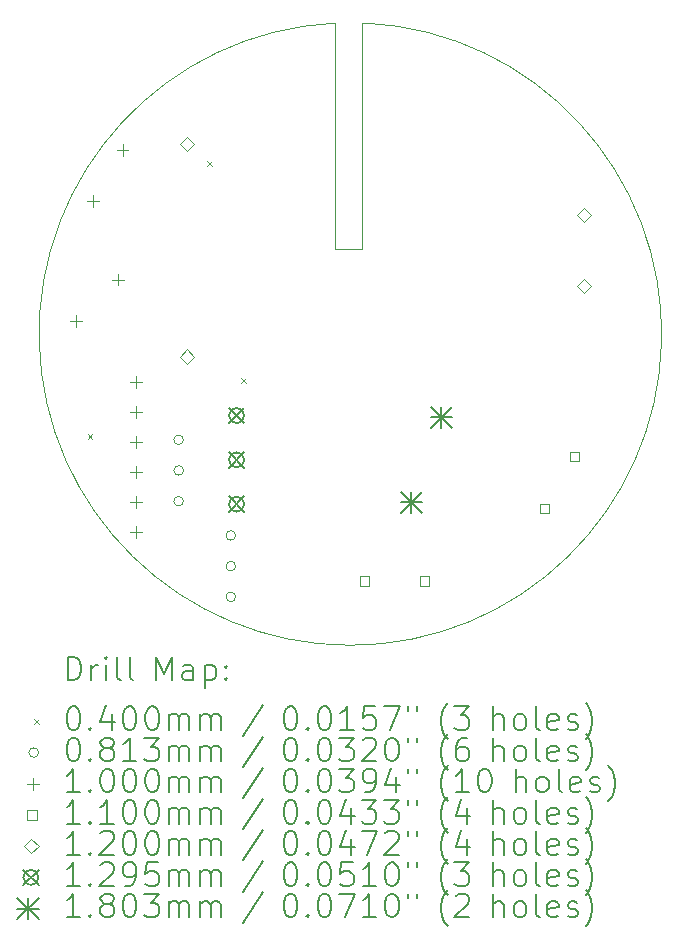
<source format=gbr>
%TF.GenerationSoftware,KiCad,Pcbnew,(7.0.0)*%
%TF.CreationDate,2023-03-27T21:22:01+02:00*%
%TF.ProjectId,220AC-mini-C3-board,32323041-432d-46d6-996e-692d43332d62,rev?*%
%TF.SameCoordinates,Original*%
%TF.FileFunction,Drillmap*%
%TF.FilePolarity,Positive*%
%FSLAX45Y45*%
G04 Gerber Fmt 4.5, Leading zero omitted, Abs format (unit mm)*
G04 Created by KiCad (PCBNEW (7.0.0)) date 2023-03-27 21:22:01*
%MOMM*%
%LPD*%
G01*
G04 APERTURE LIST*
%ADD10C,0.100000*%
%ADD11C,0.200000*%
%ADD12C,0.040000*%
%ADD13C,0.081280*%
%ADD14C,0.110000*%
%ADD15C,0.120000*%
%ADD16C,0.129540*%
%ADD17C,0.180340*%
G04 APERTURE END LIST*
D10*
X13523000Y-7818120D02*
X13523000Y-5902000D01*
X13523000Y-5902000D02*
G75*
G03*
X13788918Y-5902206I130918J-2632206D01*
G01*
X13750000Y-5902206D02*
X13750000Y-7818120D01*
X13750000Y-7818120D02*
X13523000Y-7818120D01*
X13788918Y-5902206D02*
X13750000Y-5902206D01*
D11*
D12*
X11430000Y-9380000D02*
X11470000Y-9420000D01*
X11470000Y-9380000D02*
X11430000Y-9420000D01*
X12440000Y-7070000D02*
X12480000Y-7110000D01*
X12480000Y-7070000D02*
X12440000Y-7110000D01*
X12730000Y-8910000D02*
X12770000Y-8950000D01*
X12770000Y-8910000D02*
X12730000Y-8950000D01*
D13*
X12240640Y-9430000D02*
G75*
G03*
X12240640Y-9430000I-40640J0D01*
G01*
X12240640Y-9690000D02*
G75*
G03*
X12240640Y-9690000I-40640J0D01*
G01*
X12240640Y-9950000D02*
G75*
G03*
X12240640Y-9950000I-40640J0D01*
G01*
X12681995Y-10240000D02*
G75*
G03*
X12681995Y-10240000I-40640J0D01*
G01*
X12681995Y-10500000D02*
G75*
G03*
X12681995Y-10500000I-40640J0D01*
G01*
X12681995Y-10760000D02*
G75*
G03*
X12681995Y-10760000I-40640J0D01*
G01*
D10*
X11332855Y-8376777D02*
X11332855Y-8476777D01*
X11282855Y-8426777D02*
X11382855Y-8426777D01*
X11475000Y-7358013D02*
X11475000Y-7458013D01*
X11425000Y-7408013D02*
X11525000Y-7408013D01*
X11686408Y-8023223D02*
X11686408Y-8123223D01*
X11636408Y-8073223D02*
X11736408Y-8073223D01*
X11725000Y-6925000D02*
X11725000Y-7025000D01*
X11675000Y-6975000D02*
X11775000Y-6975000D01*
X11838920Y-8888170D02*
X11838920Y-8988170D01*
X11788920Y-8938170D02*
X11888920Y-8938170D01*
X11838920Y-9142170D02*
X11838920Y-9242170D01*
X11788920Y-9192170D02*
X11888920Y-9192170D01*
X11838920Y-9396170D02*
X11838920Y-9496170D01*
X11788920Y-9446170D02*
X11888920Y-9446170D01*
X11838920Y-9650170D02*
X11838920Y-9750170D01*
X11788920Y-9700170D02*
X11888920Y-9700170D01*
X11838920Y-9904170D02*
X11838920Y-10004170D01*
X11788920Y-9954170D02*
X11888920Y-9954170D01*
X11838920Y-10158170D02*
X11838920Y-10258170D01*
X11788920Y-10208170D02*
X11888920Y-10208170D01*
D14*
X13809891Y-10663891D02*
X13809891Y-10586109D01*
X13732109Y-10586109D01*
X13732109Y-10663891D01*
X13809891Y-10663891D01*
X14317891Y-10663891D02*
X14317891Y-10586109D01*
X14240109Y-10586109D01*
X14240109Y-10663891D01*
X14317891Y-10663891D01*
X15334891Y-10053832D02*
X15334891Y-9976050D01*
X15257109Y-9976050D01*
X15257109Y-10053832D01*
X15334891Y-10053832D01*
X15588891Y-9613891D02*
X15588891Y-9536109D01*
X15511109Y-9536109D01*
X15511109Y-9613891D01*
X15588891Y-9613891D01*
D15*
X12270000Y-6985000D02*
X12330000Y-6925000D01*
X12270000Y-6865000D01*
X12210000Y-6925000D01*
X12270000Y-6985000D01*
X12270000Y-8785000D02*
X12330000Y-8725000D01*
X12270000Y-8665000D01*
X12210000Y-8725000D01*
X12270000Y-8785000D01*
X15630000Y-7585000D02*
X15690000Y-7525000D01*
X15630000Y-7465000D01*
X15570000Y-7525000D01*
X15630000Y-7585000D01*
X15630000Y-8185000D02*
X15690000Y-8125000D01*
X15630000Y-8065000D01*
X15570000Y-8125000D01*
X15630000Y-8185000D01*
D16*
X12625580Y-9160230D02*
X12755120Y-9289770D01*
X12755120Y-9160230D02*
X12625580Y-9289770D01*
X12755120Y-9225000D02*
G75*
G03*
X12755120Y-9225000I-64770J0D01*
G01*
X12625580Y-9535230D02*
X12755120Y-9664770D01*
X12755120Y-9535230D02*
X12625580Y-9664770D01*
X12755120Y-9600000D02*
G75*
G03*
X12755120Y-9600000I-64770J0D01*
G01*
X12625580Y-9910230D02*
X12755120Y-10039770D01*
X12755120Y-9910230D02*
X12625580Y-10039770D01*
X12755120Y-9975000D02*
G75*
G03*
X12755120Y-9975000I-64770J0D01*
G01*
D17*
X14079480Y-9869830D02*
X14259820Y-10050170D01*
X14259820Y-9869830D02*
X14079480Y-10050170D01*
X14169650Y-9869830D02*
X14169650Y-10050170D01*
X14079480Y-9960000D02*
X14259820Y-9960000D01*
X14333480Y-9149830D02*
X14513820Y-9330170D01*
X14513820Y-9149830D02*
X14333480Y-9330170D01*
X14423650Y-9149830D02*
X14423650Y-9330170D01*
X14333480Y-9240000D02*
X14513820Y-9240000D01*
D11*
X11261077Y-11468142D02*
X11261077Y-11268142D01*
X11261077Y-11268142D02*
X11308696Y-11268142D01*
X11308696Y-11268142D02*
X11337268Y-11277666D01*
X11337268Y-11277666D02*
X11356315Y-11296714D01*
X11356315Y-11296714D02*
X11365839Y-11315761D01*
X11365839Y-11315761D02*
X11375363Y-11353856D01*
X11375363Y-11353856D02*
X11375363Y-11382428D01*
X11375363Y-11382428D02*
X11365839Y-11420523D01*
X11365839Y-11420523D02*
X11356315Y-11439571D01*
X11356315Y-11439571D02*
X11337268Y-11458618D01*
X11337268Y-11458618D02*
X11308696Y-11468142D01*
X11308696Y-11468142D02*
X11261077Y-11468142D01*
X11461077Y-11468142D02*
X11461077Y-11334809D01*
X11461077Y-11372904D02*
X11470601Y-11353856D01*
X11470601Y-11353856D02*
X11480125Y-11344333D01*
X11480125Y-11344333D02*
X11499172Y-11334809D01*
X11499172Y-11334809D02*
X11518220Y-11334809D01*
X11584887Y-11468142D02*
X11584887Y-11334809D01*
X11584887Y-11268142D02*
X11575363Y-11277666D01*
X11575363Y-11277666D02*
X11584887Y-11287190D01*
X11584887Y-11287190D02*
X11594410Y-11277666D01*
X11594410Y-11277666D02*
X11584887Y-11268142D01*
X11584887Y-11268142D02*
X11584887Y-11287190D01*
X11708696Y-11468142D02*
X11689648Y-11458618D01*
X11689648Y-11458618D02*
X11680125Y-11439571D01*
X11680125Y-11439571D02*
X11680125Y-11268142D01*
X11813458Y-11468142D02*
X11794410Y-11458618D01*
X11794410Y-11458618D02*
X11784887Y-11439571D01*
X11784887Y-11439571D02*
X11784887Y-11268142D01*
X12009648Y-11468142D02*
X12009648Y-11268142D01*
X12009648Y-11268142D02*
X12076315Y-11410999D01*
X12076315Y-11410999D02*
X12142982Y-11268142D01*
X12142982Y-11268142D02*
X12142982Y-11468142D01*
X12323934Y-11468142D02*
X12323934Y-11363380D01*
X12323934Y-11363380D02*
X12314410Y-11344333D01*
X12314410Y-11344333D02*
X12295363Y-11334809D01*
X12295363Y-11334809D02*
X12257267Y-11334809D01*
X12257267Y-11334809D02*
X12238220Y-11344333D01*
X12323934Y-11458618D02*
X12304887Y-11468142D01*
X12304887Y-11468142D02*
X12257267Y-11468142D01*
X12257267Y-11468142D02*
X12238220Y-11458618D01*
X12238220Y-11458618D02*
X12228696Y-11439571D01*
X12228696Y-11439571D02*
X12228696Y-11420523D01*
X12228696Y-11420523D02*
X12238220Y-11401476D01*
X12238220Y-11401476D02*
X12257267Y-11391952D01*
X12257267Y-11391952D02*
X12304887Y-11391952D01*
X12304887Y-11391952D02*
X12323934Y-11382428D01*
X12419172Y-11334809D02*
X12419172Y-11534809D01*
X12419172Y-11344333D02*
X12438220Y-11334809D01*
X12438220Y-11334809D02*
X12476315Y-11334809D01*
X12476315Y-11334809D02*
X12495363Y-11344333D01*
X12495363Y-11344333D02*
X12504887Y-11353856D01*
X12504887Y-11353856D02*
X12514410Y-11372904D01*
X12514410Y-11372904D02*
X12514410Y-11430047D01*
X12514410Y-11430047D02*
X12504887Y-11449095D01*
X12504887Y-11449095D02*
X12495363Y-11458618D01*
X12495363Y-11458618D02*
X12476315Y-11468142D01*
X12476315Y-11468142D02*
X12438220Y-11468142D01*
X12438220Y-11468142D02*
X12419172Y-11458618D01*
X12600125Y-11449095D02*
X12609648Y-11458618D01*
X12609648Y-11458618D02*
X12600125Y-11468142D01*
X12600125Y-11468142D02*
X12590601Y-11458618D01*
X12590601Y-11458618D02*
X12600125Y-11449095D01*
X12600125Y-11449095D02*
X12600125Y-11468142D01*
X12600125Y-11344333D02*
X12609648Y-11353856D01*
X12609648Y-11353856D02*
X12600125Y-11363380D01*
X12600125Y-11363380D02*
X12590601Y-11353856D01*
X12590601Y-11353856D02*
X12600125Y-11344333D01*
X12600125Y-11344333D02*
X12600125Y-11363380D01*
D12*
X10973458Y-11794666D02*
X11013458Y-11834666D01*
X11013458Y-11794666D02*
X10973458Y-11834666D01*
D11*
X11299172Y-11688142D02*
X11318220Y-11688142D01*
X11318220Y-11688142D02*
X11337268Y-11697666D01*
X11337268Y-11697666D02*
X11346791Y-11707190D01*
X11346791Y-11707190D02*
X11356315Y-11726237D01*
X11356315Y-11726237D02*
X11365839Y-11764333D01*
X11365839Y-11764333D02*
X11365839Y-11811952D01*
X11365839Y-11811952D02*
X11356315Y-11850047D01*
X11356315Y-11850047D02*
X11346791Y-11869095D01*
X11346791Y-11869095D02*
X11337268Y-11878618D01*
X11337268Y-11878618D02*
X11318220Y-11888142D01*
X11318220Y-11888142D02*
X11299172Y-11888142D01*
X11299172Y-11888142D02*
X11280125Y-11878618D01*
X11280125Y-11878618D02*
X11270601Y-11869095D01*
X11270601Y-11869095D02*
X11261077Y-11850047D01*
X11261077Y-11850047D02*
X11251553Y-11811952D01*
X11251553Y-11811952D02*
X11251553Y-11764333D01*
X11251553Y-11764333D02*
X11261077Y-11726237D01*
X11261077Y-11726237D02*
X11270601Y-11707190D01*
X11270601Y-11707190D02*
X11280125Y-11697666D01*
X11280125Y-11697666D02*
X11299172Y-11688142D01*
X11451553Y-11869095D02*
X11461077Y-11878618D01*
X11461077Y-11878618D02*
X11451553Y-11888142D01*
X11451553Y-11888142D02*
X11442029Y-11878618D01*
X11442029Y-11878618D02*
X11451553Y-11869095D01*
X11451553Y-11869095D02*
X11451553Y-11888142D01*
X11632506Y-11754809D02*
X11632506Y-11888142D01*
X11584887Y-11678618D02*
X11537268Y-11821476D01*
X11537268Y-11821476D02*
X11661077Y-11821476D01*
X11775363Y-11688142D02*
X11794410Y-11688142D01*
X11794410Y-11688142D02*
X11813458Y-11697666D01*
X11813458Y-11697666D02*
X11822982Y-11707190D01*
X11822982Y-11707190D02*
X11832506Y-11726237D01*
X11832506Y-11726237D02*
X11842029Y-11764333D01*
X11842029Y-11764333D02*
X11842029Y-11811952D01*
X11842029Y-11811952D02*
X11832506Y-11850047D01*
X11832506Y-11850047D02*
X11822982Y-11869095D01*
X11822982Y-11869095D02*
X11813458Y-11878618D01*
X11813458Y-11878618D02*
X11794410Y-11888142D01*
X11794410Y-11888142D02*
X11775363Y-11888142D01*
X11775363Y-11888142D02*
X11756315Y-11878618D01*
X11756315Y-11878618D02*
X11746791Y-11869095D01*
X11746791Y-11869095D02*
X11737268Y-11850047D01*
X11737268Y-11850047D02*
X11727744Y-11811952D01*
X11727744Y-11811952D02*
X11727744Y-11764333D01*
X11727744Y-11764333D02*
X11737268Y-11726237D01*
X11737268Y-11726237D02*
X11746791Y-11707190D01*
X11746791Y-11707190D02*
X11756315Y-11697666D01*
X11756315Y-11697666D02*
X11775363Y-11688142D01*
X11965839Y-11688142D02*
X11984887Y-11688142D01*
X11984887Y-11688142D02*
X12003934Y-11697666D01*
X12003934Y-11697666D02*
X12013458Y-11707190D01*
X12013458Y-11707190D02*
X12022982Y-11726237D01*
X12022982Y-11726237D02*
X12032506Y-11764333D01*
X12032506Y-11764333D02*
X12032506Y-11811952D01*
X12032506Y-11811952D02*
X12022982Y-11850047D01*
X12022982Y-11850047D02*
X12013458Y-11869095D01*
X12013458Y-11869095D02*
X12003934Y-11878618D01*
X12003934Y-11878618D02*
X11984887Y-11888142D01*
X11984887Y-11888142D02*
X11965839Y-11888142D01*
X11965839Y-11888142D02*
X11946791Y-11878618D01*
X11946791Y-11878618D02*
X11937268Y-11869095D01*
X11937268Y-11869095D02*
X11927744Y-11850047D01*
X11927744Y-11850047D02*
X11918220Y-11811952D01*
X11918220Y-11811952D02*
X11918220Y-11764333D01*
X11918220Y-11764333D02*
X11927744Y-11726237D01*
X11927744Y-11726237D02*
X11937268Y-11707190D01*
X11937268Y-11707190D02*
X11946791Y-11697666D01*
X11946791Y-11697666D02*
X11965839Y-11688142D01*
X12118220Y-11888142D02*
X12118220Y-11754809D01*
X12118220Y-11773856D02*
X12127744Y-11764333D01*
X12127744Y-11764333D02*
X12146791Y-11754809D01*
X12146791Y-11754809D02*
X12175363Y-11754809D01*
X12175363Y-11754809D02*
X12194410Y-11764333D01*
X12194410Y-11764333D02*
X12203934Y-11783380D01*
X12203934Y-11783380D02*
X12203934Y-11888142D01*
X12203934Y-11783380D02*
X12213458Y-11764333D01*
X12213458Y-11764333D02*
X12232506Y-11754809D01*
X12232506Y-11754809D02*
X12261077Y-11754809D01*
X12261077Y-11754809D02*
X12280125Y-11764333D01*
X12280125Y-11764333D02*
X12289649Y-11783380D01*
X12289649Y-11783380D02*
X12289649Y-11888142D01*
X12384887Y-11888142D02*
X12384887Y-11754809D01*
X12384887Y-11773856D02*
X12394410Y-11764333D01*
X12394410Y-11764333D02*
X12413458Y-11754809D01*
X12413458Y-11754809D02*
X12442030Y-11754809D01*
X12442030Y-11754809D02*
X12461077Y-11764333D01*
X12461077Y-11764333D02*
X12470601Y-11783380D01*
X12470601Y-11783380D02*
X12470601Y-11888142D01*
X12470601Y-11783380D02*
X12480125Y-11764333D01*
X12480125Y-11764333D02*
X12499172Y-11754809D01*
X12499172Y-11754809D02*
X12527744Y-11754809D01*
X12527744Y-11754809D02*
X12546791Y-11764333D01*
X12546791Y-11764333D02*
X12556315Y-11783380D01*
X12556315Y-11783380D02*
X12556315Y-11888142D01*
X12914410Y-11678618D02*
X12742982Y-11935761D01*
X13139172Y-11688142D02*
X13158220Y-11688142D01*
X13158220Y-11688142D02*
X13177268Y-11697666D01*
X13177268Y-11697666D02*
X13186791Y-11707190D01*
X13186791Y-11707190D02*
X13196315Y-11726237D01*
X13196315Y-11726237D02*
X13205839Y-11764333D01*
X13205839Y-11764333D02*
X13205839Y-11811952D01*
X13205839Y-11811952D02*
X13196315Y-11850047D01*
X13196315Y-11850047D02*
X13186791Y-11869095D01*
X13186791Y-11869095D02*
X13177268Y-11878618D01*
X13177268Y-11878618D02*
X13158220Y-11888142D01*
X13158220Y-11888142D02*
X13139172Y-11888142D01*
X13139172Y-11888142D02*
X13120125Y-11878618D01*
X13120125Y-11878618D02*
X13110601Y-11869095D01*
X13110601Y-11869095D02*
X13101077Y-11850047D01*
X13101077Y-11850047D02*
X13091553Y-11811952D01*
X13091553Y-11811952D02*
X13091553Y-11764333D01*
X13091553Y-11764333D02*
X13101077Y-11726237D01*
X13101077Y-11726237D02*
X13110601Y-11707190D01*
X13110601Y-11707190D02*
X13120125Y-11697666D01*
X13120125Y-11697666D02*
X13139172Y-11688142D01*
X13291553Y-11869095D02*
X13301077Y-11878618D01*
X13301077Y-11878618D02*
X13291553Y-11888142D01*
X13291553Y-11888142D02*
X13282030Y-11878618D01*
X13282030Y-11878618D02*
X13291553Y-11869095D01*
X13291553Y-11869095D02*
X13291553Y-11888142D01*
X13424887Y-11688142D02*
X13443934Y-11688142D01*
X13443934Y-11688142D02*
X13462982Y-11697666D01*
X13462982Y-11697666D02*
X13472506Y-11707190D01*
X13472506Y-11707190D02*
X13482030Y-11726237D01*
X13482030Y-11726237D02*
X13491553Y-11764333D01*
X13491553Y-11764333D02*
X13491553Y-11811952D01*
X13491553Y-11811952D02*
X13482030Y-11850047D01*
X13482030Y-11850047D02*
X13472506Y-11869095D01*
X13472506Y-11869095D02*
X13462982Y-11878618D01*
X13462982Y-11878618D02*
X13443934Y-11888142D01*
X13443934Y-11888142D02*
X13424887Y-11888142D01*
X13424887Y-11888142D02*
X13405839Y-11878618D01*
X13405839Y-11878618D02*
X13396315Y-11869095D01*
X13396315Y-11869095D02*
X13386791Y-11850047D01*
X13386791Y-11850047D02*
X13377268Y-11811952D01*
X13377268Y-11811952D02*
X13377268Y-11764333D01*
X13377268Y-11764333D02*
X13386791Y-11726237D01*
X13386791Y-11726237D02*
X13396315Y-11707190D01*
X13396315Y-11707190D02*
X13405839Y-11697666D01*
X13405839Y-11697666D02*
X13424887Y-11688142D01*
X13682030Y-11888142D02*
X13567744Y-11888142D01*
X13624887Y-11888142D02*
X13624887Y-11688142D01*
X13624887Y-11688142D02*
X13605839Y-11716714D01*
X13605839Y-11716714D02*
X13586791Y-11735761D01*
X13586791Y-11735761D02*
X13567744Y-11745285D01*
X13862982Y-11688142D02*
X13767744Y-11688142D01*
X13767744Y-11688142D02*
X13758220Y-11783380D01*
X13758220Y-11783380D02*
X13767744Y-11773856D01*
X13767744Y-11773856D02*
X13786791Y-11764333D01*
X13786791Y-11764333D02*
X13834411Y-11764333D01*
X13834411Y-11764333D02*
X13853458Y-11773856D01*
X13853458Y-11773856D02*
X13862982Y-11783380D01*
X13862982Y-11783380D02*
X13872506Y-11802428D01*
X13872506Y-11802428D02*
X13872506Y-11850047D01*
X13872506Y-11850047D02*
X13862982Y-11869095D01*
X13862982Y-11869095D02*
X13853458Y-11878618D01*
X13853458Y-11878618D02*
X13834411Y-11888142D01*
X13834411Y-11888142D02*
X13786791Y-11888142D01*
X13786791Y-11888142D02*
X13767744Y-11878618D01*
X13767744Y-11878618D02*
X13758220Y-11869095D01*
X13939172Y-11688142D02*
X14072506Y-11688142D01*
X14072506Y-11688142D02*
X13986791Y-11888142D01*
X14139172Y-11688142D02*
X14139172Y-11726237D01*
X14215363Y-11688142D02*
X14215363Y-11726237D01*
X14478220Y-11964333D02*
X14468696Y-11954809D01*
X14468696Y-11954809D02*
X14449649Y-11926237D01*
X14449649Y-11926237D02*
X14440125Y-11907190D01*
X14440125Y-11907190D02*
X14430601Y-11878618D01*
X14430601Y-11878618D02*
X14421077Y-11830999D01*
X14421077Y-11830999D02*
X14421077Y-11792904D01*
X14421077Y-11792904D02*
X14430601Y-11745285D01*
X14430601Y-11745285D02*
X14440125Y-11716714D01*
X14440125Y-11716714D02*
X14449649Y-11697666D01*
X14449649Y-11697666D02*
X14468696Y-11669095D01*
X14468696Y-11669095D02*
X14478220Y-11659571D01*
X14535363Y-11688142D02*
X14659172Y-11688142D01*
X14659172Y-11688142D02*
X14592506Y-11764333D01*
X14592506Y-11764333D02*
X14621077Y-11764333D01*
X14621077Y-11764333D02*
X14640125Y-11773856D01*
X14640125Y-11773856D02*
X14649649Y-11783380D01*
X14649649Y-11783380D02*
X14659172Y-11802428D01*
X14659172Y-11802428D02*
X14659172Y-11850047D01*
X14659172Y-11850047D02*
X14649649Y-11869095D01*
X14649649Y-11869095D02*
X14640125Y-11878618D01*
X14640125Y-11878618D02*
X14621077Y-11888142D01*
X14621077Y-11888142D02*
X14563934Y-11888142D01*
X14563934Y-11888142D02*
X14544887Y-11878618D01*
X14544887Y-11878618D02*
X14535363Y-11869095D01*
X14864887Y-11888142D02*
X14864887Y-11688142D01*
X14950601Y-11888142D02*
X14950601Y-11783380D01*
X14950601Y-11783380D02*
X14941077Y-11764333D01*
X14941077Y-11764333D02*
X14922030Y-11754809D01*
X14922030Y-11754809D02*
X14893458Y-11754809D01*
X14893458Y-11754809D02*
X14874411Y-11764333D01*
X14874411Y-11764333D02*
X14864887Y-11773856D01*
X15074411Y-11888142D02*
X15055363Y-11878618D01*
X15055363Y-11878618D02*
X15045839Y-11869095D01*
X15045839Y-11869095D02*
X15036315Y-11850047D01*
X15036315Y-11850047D02*
X15036315Y-11792904D01*
X15036315Y-11792904D02*
X15045839Y-11773856D01*
X15045839Y-11773856D02*
X15055363Y-11764333D01*
X15055363Y-11764333D02*
X15074411Y-11754809D01*
X15074411Y-11754809D02*
X15102982Y-11754809D01*
X15102982Y-11754809D02*
X15122030Y-11764333D01*
X15122030Y-11764333D02*
X15131553Y-11773856D01*
X15131553Y-11773856D02*
X15141077Y-11792904D01*
X15141077Y-11792904D02*
X15141077Y-11850047D01*
X15141077Y-11850047D02*
X15131553Y-11869095D01*
X15131553Y-11869095D02*
X15122030Y-11878618D01*
X15122030Y-11878618D02*
X15102982Y-11888142D01*
X15102982Y-11888142D02*
X15074411Y-11888142D01*
X15255363Y-11888142D02*
X15236315Y-11878618D01*
X15236315Y-11878618D02*
X15226792Y-11859571D01*
X15226792Y-11859571D02*
X15226792Y-11688142D01*
X15407744Y-11878618D02*
X15388696Y-11888142D01*
X15388696Y-11888142D02*
X15350601Y-11888142D01*
X15350601Y-11888142D02*
X15331553Y-11878618D01*
X15331553Y-11878618D02*
X15322030Y-11859571D01*
X15322030Y-11859571D02*
X15322030Y-11783380D01*
X15322030Y-11783380D02*
X15331553Y-11764333D01*
X15331553Y-11764333D02*
X15350601Y-11754809D01*
X15350601Y-11754809D02*
X15388696Y-11754809D01*
X15388696Y-11754809D02*
X15407744Y-11764333D01*
X15407744Y-11764333D02*
X15417268Y-11783380D01*
X15417268Y-11783380D02*
X15417268Y-11802428D01*
X15417268Y-11802428D02*
X15322030Y-11821476D01*
X15493458Y-11878618D02*
X15512506Y-11888142D01*
X15512506Y-11888142D02*
X15550601Y-11888142D01*
X15550601Y-11888142D02*
X15569649Y-11878618D01*
X15569649Y-11878618D02*
X15579173Y-11859571D01*
X15579173Y-11859571D02*
X15579173Y-11850047D01*
X15579173Y-11850047D02*
X15569649Y-11830999D01*
X15569649Y-11830999D02*
X15550601Y-11821476D01*
X15550601Y-11821476D02*
X15522030Y-11821476D01*
X15522030Y-11821476D02*
X15502982Y-11811952D01*
X15502982Y-11811952D02*
X15493458Y-11792904D01*
X15493458Y-11792904D02*
X15493458Y-11783380D01*
X15493458Y-11783380D02*
X15502982Y-11764333D01*
X15502982Y-11764333D02*
X15522030Y-11754809D01*
X15522030Y-11754809D02*
X15550601Y-11754809D01*
X15550601Y-11754809D02*
X15569649Y-11764333D01*
X15645839Y-11964333D02*
X15655363Y-11954809D01*
X15655363Y-11954809D02*
X15674411Y-11926237D01*
X15674411Y-11926237D02*
X15683934Y-11907190D01*
X15683934Y-11907190D02*
X15693458Y-11878618D01*
X15693458Y-11878618D02*
X15702982Y-11830999D01*
X15702982Y-11830999D02*
X15702982Y-11792904D01*
X15702982Y-11792904D02*
X15693458Y-11745285D01*
X15693458Y-11745285D02*
X15683934Y-11716714D01*
X15683934Y-11716714D02*
X15674411Y-11697666D01*
X15674411Y-11697666D02*
X15655363Y-11669095D01*
X15655363Y-11669095D02*
X15645839Y-11659571D01*
D13*
X11013458Y-12078666D02*
G75*
G03*
X11013458Y-12078666I-40640J0D01*
G01*
D11*
X11299172Y-11952142D02*
X11318220Y-11952142D01*
X11318220Y-11952142D02*
X11337268Y-11961666D01*
X11337268Y-11961666D02*
X11346791Y-11971190D01*
X11346791Y-11971190D02*
X11356315Y-11990237D01*
X11356315Y-11990237D02*
X11365839Y-12028333D01*
X11365839Y-12028333D02*
X11365839Y-12075952D01*
X11365839Y-12075952D02*
X11356315Y-12114047D01*
X11356315Y-12114047D02*
X11346791Y-12133095D01*
X11346791Y-12133095D02*
X11337268Y-12142618D01*
X11337268Y-12142618D02*
X11318220Y-12152142D01*
X11318220Y-12152142D02*
X11299172Y-12152142D01*
X11299172Y-12152142D02*
X11280125Y-12142618D01*
X11280125Y-12142618D02*
X11270601Y-12133095D01*
X11270601Y-12133095D02*
X11261077Y-12114047D01*
X11261077Y-12114047D02*
X11251553Y-12075952D01*
X11251553Y-12075952D02*
X11251553Y-12028333D01*
X11251553Y-12028333D02*
X11261077Y-11990237D01*
X11261077Y-11990237D02*
X11270601Y-11971190D01*
X11270601Y-11971190D02*
X11280125Y-11961666D01*
X11280125Y-11961666D02*
X11299172Y-11952142D01*
X11451553Y-12133095D02*
X11461077Y-12142618D01*
X11461077Y-12142618D02*
X11451553Y-12152142D01*
X11451553Y-12152142D02*
X11442029Y-12142618D01*
X11442029Y-12142618D02*
X11451553Y-12133095D01*
X11451553Y-12133095D02*
X11451553Y-12152142D01*
X11575363Y-12037856D02*
X11556315Y-12028333D01*
X11556315Y-12028333D02*
X11546791Y-12018809D01*
X11546791Y-12018809D02*
X11537268Y-11999761D01*
X11537268Y-11999761D02*
X11537268Y-11990237D01*
X11537268Y-11990237D02*
X11546791Y-11971190D01*
X11546791Y-11971190D02*
X11556315Y-11961666D01*
X11556315Y-11961666D02*
X11575363Y-11952142D01*
X11575363Y-11952142D02*
X11613458Y-11952142D01*
X11613458Y-11952142D02*
X11632506Y-11961666D01*
X11632506Y-11961666D02*
X11642029Y-11971190D01*
X11642029Y-11971190D02*
X11651553Y-11990237D01*
X11651553Y-11990237D02*
X11651553Y-11999761D01*
X11651553Y-11999761D02*
X11642029Y-12018809D01*
X11642029Y-12018809D02*
X11632506Y-12028333D01*
X11632506Y-12028333D02*
X11613458Y-12037856D01*
X11613458Y-12037856D02*
X11575363Y-12037856D01*
X11575363Y-12037856D02*
X11556315Y-12047380D01*
X11556315Y-12047380D02*
X11546791Y-12056904D01*
X11546791Y-12056904D02*
X11537268Y-12075952D01*
X11537268Y-12075952D02*
X11537268Y-12114047D01*
X11537268Y-12114047D02*
X11546791Y-12133095D01*
X11546791Y-12133095D02*
X11556315Y-12142618D01*
X11556315Y-12142618D02*
X11575363Y-12152142D01*
X11575363Y-12152142D02*
X11613458Y-12152142D01*
X11613458Y-12152142D02*
X11632506Y-12142618D01*
X11632506Y-12142618D02*
X11642029Y-12133095D01*
X11642029Y-12133095D02*
X11651553Y-12114047D01*
X11651553Y-12114047D02*
X11651553Y-12075952D01*
X11651553Y-12075952D02*
X11642029Y-12056904D01*
X11642029Y-12056904D02*
X11632506Y-12047380D01*
X11632506Y-12047380D02*
X11613458Y-12037856D01*
X11842029Y-12152142D02*
X11727744Y-12152142D01*
X11784887Y-12152142D02*
X11784887Y-11952142D01*
X11784887Y-11952142D02*
X11765839Y-11980714D01*
X11765839Y-11980714D02*
X11746791Y-11999761D01*
X11746791Y-11999761D02*
X11727744Y-12009285D01*
X11908696Y-11952142D02*
X12032506Y-11952142D01*
X12032506Y-11952142D02*
X11965839Y-12028333D01*
X11965839Y-12028333D02*
X11994410Y-12028333D01*
X11994410Y-12028333D02*
X12013458Y-12037856D01*
X12013458Y-12037856D02*
X12022982Y-12047380D01*
X12022982Y-12047380D02*
X12032506Y-12066428D01*
X12032506Y-12066428D02*
X12032506Y-12114047D01*
X12032506Y-12114047D02*
X12022982Y-12133095D01*
X12022982Y-12133095D02*
X12013458Y-12142618D01*
X12013458Y-12142618D02*
X11994410Y-12152142D01*
X11994410Y-12152142D02*
X11937268Y-12152142D01*
X11937268Y-12152142D02*
X11918220Y-12142618D01*
X11918220Y-12142618D02*
X11908696Y-12133095D01*
X12118220Y-12152142D02*
X12118220Y-12018809D01*
X12118220Y-12037856D02*
X12127744Y-12028333D01*
X12127744Y-12028333D02*
X12146791Y-12018809D01*
X12146791Y-12018809D02*
X12175363Y-12018809D01*
X12175363Y-12018809D02*
X12194410Y-12028333D01*
X12194410Y-12028333D02*
X12203934Y-12047380D01*
X12203934Y-12047380D02*
X12203934Y-12152142D01*
X12203934Y-12047380D02*
X12213458Y-12028333D01*
X12213458Y-12028333D02*
X12232506Y-12018809D01*
X12232506Y-12018809D02*
X12261077Y-12018809D01*
X12261077Y-12018809D02*
X12280125Y-12028333D01*
X12280125Y-12028333D02*
X12289649Y-12047380D01*
X12289649Y-12047380D02*
X12289649Y-12152142D01*
X12384887Y-12152142D02*
X12384887Y-12018809D01*
X12384887Y-12037856D02*
X12394410Y-12028333D01*
X12394410Y-12028333D02*
X12413458Y-12018809D01*
X12413458Y-12018809D02*
X12442030Y-12018809D01*
X12442030Y-12018809D02*
X12461077Y-12028333D01*
X12461077Y-12028333D02*
X12470601Y-12047380D01*
X12470601Y-12047380D02*
X12470601Y-12152142D01*
X12470601Y-12047380D02*
X12480125Y-12028333D01*
X12480125Y-12028333D02*
X12499172Y-12018809D01*
X12499172Y-12018809D02*
X12527744Y-12018809D01*
X12527744Y-12018809D02*
X12546791Y-12028333D01*
X12546791Y-12028333D02*
X12556315Y-12047380D01*
X12556315Y-12047380D02*
X12556315Y-12152142D01*
X12914410Y-11942618D02*
X12742982Y-12199761D01*
X13139172Y-11952142D02*
X13158220Y-11952142D01*
X13158220Y-11952142D02*
X13177268Y-11961666D01*
X13177268Y-11961666D02*
X13186791Y-11971190D01*
X13186791Y-11971190D02*
X13196315Y-11990237D01*
X13196315Y-11990237D02*
X13205839Y-12028333D01*
X13205839Y-12028333D02*
X13205839Y-12075952D01*
X13205839Y-12075952D02*
X13196315Y-12114047D01*
X13196315Y-12114047D02*
X13186791Y-12133095D01*
X13186791Y-12133095D02*
X13177268Y-12142618D01*
X13177268Y-12142618D02*
X13158220Y-12152142D01*
X13158220Y-12152142D02*
X13139172Y-12152142D01*
X13139172Y-12152142D02*
X13120125Y-12142618D01*
X13120125Y-12142618D02*
X13110601Y-12133095D01*
X13110601Y-12133095D02*
X13101077Y-12114047D01*
X13101077Y-12114047D02*
X13091553Y-12075952D01*
X13091553Y-12075952D02*
X13091553Y-12028333D01*
X13091553Y-12028333D02*
X13101077Y-11990237D01*
X13101077Y-11990237D02*
X13110601Y-11971190D01*
X13110601Y-11971190D02*
X13120125Y-11961666D01*
X13120125Y-11961666D02*
X13139172Y-11952142D01*
X13291553Y-12133095D02*
X13301077Y-12142618D01*
X13301077Y-12142618D02*
X13291553Y-12152142D01*
X13291553Y-12152142D02*
X13282030Y-12142618D01*
X13282030Y-12142618D02*
X13291553Y-12133095D01*
X13291553Y-12133095D02*
X13291553Y-12152142D01*
X13424887Y-11952142D02*
X13443934Y-11952142D01*
X13443934Y-11952142D02*
X13462982Y-11961666D01*
X13462982Y-11961666D02*
X13472506Y-11971190D01*
X13472506Y-11971190D02*
X13482030Y-11990237D01*
X13482030Y-11990237D02*
X13491553Y-12028333D01*
X13491553Y-12028333D02*
X13491553Y-12075952D01*
X13491553Y-12075952D02*
X13482030Y-12114047D01*
X13482030Y-12114047D02*
X13472506Y-12133095D01*
X13472506Y-12133095D02*
X13462982Y-12142618D01*
X13462982Y-12142618D02*
X13443934Y-12152142D01*
X13443934Y-12152142D02*
X13424887Y-12152142D01*
X13424887Y-12152142D02*
X13405839Y-12142618D01*
X13405839Y-12142618D02*
X13396315Y-12133095D01*
X13396315Y-12133095D02*
X13386791Y-12114047D01*
X13386791Y-12114047D02*
X13377268Y-12075952D01*
X13377268Y-12075952D02*
X13377268Y-12028333D01*
X13377268Y-12028333D02*
X13386791Y-11990237D01*
X13386791Y-11990237D02*
X13396315Y-11971190D01*
X13396315Y-11971190D02*
X13405839Y-11961666D01*
X13405839Y-11961666D02*
X13424887Y-11952142D01*
X13558220Y-11952142D02*
X13682030Y-11952142D01*
X13682030Y-11952142D02*
X13615363Y-12028333D01*
X13615363Y-12028333D02*
X13643934Y-12028333D01*
X13643934Y-12028333D02*
X13662982Y-12037856D01*
X13662982Y-12037856D02*
X13672506Y-12047380D01*
X13672506Y-12047380D02*
X13682030Y-12066428D01*
X13682030Y-12066428D02*
X13682030Y-12114047D01*
X13682030Y-12114047D02*
X13672506Y-12133095D01*
X13672506Y-12133095D02*
X13662982Y-12142618D01*
X13662982Y-12142618D02*
X13643934Y-12152142D01*
X13643934Y-12152142D02*
X13586791Y-12152142D01*
X13586791Y-12152142D02*
X13567744Y-12142618D01*
X13567744Y-12142618D02*
X13558220Y-12133095D01*
X13758220Y-11971190D02*
X13767744Y-11961666D01*
X13767744Y-11961666D02*
X13786791Y-11952142D01*
X13786791Y-11952142D02*
X13834411Y-11952142D01*
X13834411Y-11952142D02*
X13853458Y-11961666D01*
X13853458Y-11961666D02*
X13862982Y-11971190D01*
X13862982Y-11971190D02*
X13872506Y-11990237D01*
X13872506Y-11990237D02*
X13872506Y-12009285D01*
X13872506Y-12009285D02*
X13862982Y-12037856D01*
X13862982Y-12037856D02*
X13748696Y-12152142D01*
X13748696Y-12152142D02*
X13872506Y-12152142D01*
X13996315Y-11952142D02*
X14015363Y-11952142D01*
X14015363Y-11952142D02*
X14034411Y-11961666D01*
X14034411Y-11961666D02*
X14043934Y-11971190D01*
X14043934Y-11971190D02*
X14053458Y-11990237D01*
X14053458Y-11990237D02*
X14062982Y-12028333D01*
X14062982Y-12028333D02*
X14062982Y-12075952D01*
X14062982Y-12075952D02*
X14053458Y-12114047D01*
X14053458Y-12114047D02*
X14043934Y-12133095D01*
X14043934Y-12133095D02*
X14034411Y-12142618D01*
X14034411Y-12142618D02*
X14015363Y-12152142D01*
X14015363Y-12152142D02*
X13996315Y-12152142D01*
X13996315Y-12152142D02*
X13977268Y-12142618D01*
X13977268Y-12142618D02*
X13967744Y-12133095D01*
X13967744Y-12133095D02*
X13958220Y-12114047D01*
X13958220Y-12114047D02*
X13948696Y-12075952D01*
X13948696Y-12075952D02*
X13948696Y-12028333D01*
X13948696Y-12028333D02*
X13958220Y-11990237D01*
X13958220Y-11990237D02*
X13967744Y-11971190D01*
X13967744Y-11971190D02*
X13977268Y-11961666D01*
X13977268Y-11961666D02*
X13996315Y-11952142D01*
X14139172Y-11952142D02*
X14139172Y-11990237D01*
X14215363Y-11952142D02*
X14215363Y-11990237D01*
X14478220Y-12228333D02*
X14468696Y-12218809D01*
X14468696Y-12218809D02*
X14449649Y-12190237D01*
X14449649Y-12190237D02*
X14440125Y-12171190D01*
X14440125Y-12171190D02*
X14430601Y-12142618D01*
X14430601Y-12142618D02*
X14421077Y-12094999D01*
X14421077Y-12094999D02*
X14421077Y-12056904D01*
X14421077Y-12056904D02*
X14430601Y-12009285D01*
X14430601Y-12009285D02*
X14440125Y-11980714D01*
X14440125Y-11980714D02*
X14449649Y-11961666D01*
X14449649Y-11961666D02*
X14468696Y-11933095D01*
X14468696Y-11933095D02*
X14478220Y-11923571D01*
X14640125Y-11952142D02*
X14602030Y-11952142D01*
X14602030Y-11952142D02*
X14582982Y-11961666D01*
X14582982Y-11961666D02*
X14573458Y-11971190D01*
X14573458Y-11971190D02*
X14554411Y-11999761D01*
X14554411Y-11999761D02*
X14544887Y-12037856D01*
X14544887Y-12037856D02*
X14544887Y-12114047D01*
X14544887Y-12114047D02*
X14554411Y-12133095D01*
X14554411Y-12133095D02*
X14563934Y-12142618D01*
X14563934Y-12142618D02*
X14582982Y-12152142D01*
X14582982Y-12152142D02*
X14621077Y-12152142D01*
X14621077Y-12152142D02*
X14640125Y-12142618D01*
X14640125Y-12142618D02*
X14649649Y-12133095D01*
X14649649Y-12133095D02*
X14659172Y-12114047D01*
X14659172Y-12114047D02*
X14659172Y-12066428D01*
X14659172Y-12066428D02*
X14649649Y-12047380D01*
X14649649Y-12047380D02*
X14640125Y-12037856D01*
X14640125Y-12037856D02*
X14621077Y-12028333D01*
X14621077Y-12028333D02*
X14582982Y-12028333D01*
X14582982Y-12028333D02*
X14563934Y-12037856D01*
X14563934Y-12037856D02*
X14554411Y-12047380D01*
X14554411Y-12047380D02*
X14544887Y-12066428D01*
X14864887Y-12152142D02*
X14864887Y-11952142D01*
X14950601Y-12152142D02*
X14950601Y-12047380D01*
X14950601Y-12047380D02*
X14941077Y-12028333D01*
X14941077Y-12028333D02*
X14922030Y-12018809D01*
X14922030Y-12018809D02*
X14893458Y-12018809D01*
X14893458Y-12018809D02*
X14874411Y-12028333D01*
X14874411Y-12028333D02*
X14864887Y-12037856D01*
X15074411Y-12152142D02*
X15055363Y-12142618D01*
X15055363Y-12142618D02*
X15045839Y-12133095D01*
X15045839Y-12133095D02*
X15036315Y-12114047D01*
X15036315Y-12114047D02*
X15036315Y-12056904D01*
X15036315Y-12056904D02*
X15045839Y-12037856D01*
X15045839Y-12037856D02*
X15055363Y-12028333D01*
X15055363Y-12028333D02*
X15074411Y-12018809D01*
X15074411Y-12018809D02*
X15102982Y-12018809D01*
X15102982Y-12018809D02*
X15122030Y-12028333D01*
X15122030Y-12028333D02*
X15131553Y-12037856D01*
X15131553Y-12037856D02*
X15141077Y-12056904D01*
X15141077Y-12056904D02*
X15141077Y-12114047D01*
X15141077Y-12114047D02*
X15131553Y-12133095D01*
X15131553Y-12133095D02*
X15122030Y-12142618D01*
X15122030Y-12142618D02*
X15102982Y-12152142D01*
X15102982Y-12152142D02*
X15074411Y-12152142D01*
X15255363Y-12152142D02*
X15236315Y-12142618D01*
X15236315Y-12142618D02*
X15226792Y-12123571D01*
X15226792Y-12123571D02*
X15226792Y-11952142D01*
X15407744Y-12142618D02*
X15388696Y-12152142D01*
X15388696Y-12152142D02*
X15350601Y-12152142D01*
X15350601Y-12152142D02*
X15331553Y-12142618D01*
X15331553Y-12142618D02*
X15322030Y-12123571D01*
X15322030Y-12123571D02*
X15322030Y-12047380D01*
X15322030Y-12047380D02*
X15331553Y-12028333D01*
X15331553Y-12028333D02*
X15350601Y-12018809D01*
X15350601Y-12018809D02*
X15388696Y-12018809D01*
X15388696Y-12018809D02*
X15407744Y-12028333D01*
X15407744Y-12028333D02*
X15417268Y-12047380D01*
X15417268Y-12047380D02*
X15417268Y-12066428D01*
X15417268Y-12066428D02*
X15322030Y-12085476D01*
X15493458Y-12142618D02*
X15512506Y-12152142D01*
X15512506Y-12152142D02*
X15550601Y-12152142D01*
X15550601Y-12152142D02*
X15569649Y-12142618D01*
X15569649Y-12142618D02*
X15579173Y-12123571D01*
X15579173Y-12123571D02*
X15579173Y-12114047D01*
X15579173Y-12114047D02*
X15569649Y-12094999D01*
X15569649Y-12094999D02*
X15550601Y-12085476D01*
X15550601Y-12085476D02*
X15522030Y-12085476D01*
X15522030Y-12085476D02*
X15502982Y-12075952D01*
X15502982Y-12075952D02*
X15493458Y-12056904D01*
X15493458Y-12056904D02*
X15493458Y-12047380D01*
X15493458Y-12047380D02*
X15502982Y-12028333D01*
X15502982Y-12028333D02*
X15522030Y-12018809D01*
X15522030Y-12018809D02*
X15550601Y-12018809D01*
X15550601Y-12018809D02*
X15569649Y-12028333D01*
X15645839Y-12228333D02*
X15655363Y-12218809D01*
X15655363Y-12218809D02*
X15674411Y-12190237D01*
X15674411Y-12190237D02*
X15683934Y-12171190D01*
X15683934Y-12171190D02*
X15693458Y-12142618D01*
X15693458Y-12142618D02*
X15702982Y-12094999D01*
X15702982Y-12094999D02*
X15702982Y-12056904D01*
X15702982Y-12056904D02*
X15693458Y-12009285D01*
X15693458Y-12009285D02*
X15683934Y-11980714D01*
X15683934Y-11980714D02*
X15674411Y-11961666D01*
X15674411Y-11961666D02*
X15655363Y-11933095D01*
X15655363Y-11933095D02*
X15645839Y-11923571D01*
D10*
X10963458Y-12292666D02*
X10963458Y-12392666D01*
X10913458Y-12342666D02*
X11013458Y-12342666D01*
D11*
X11365839Y-12416142D02*
X11251553Y-12416142D01*
X11308696Y-12416142D02*
X11308696Y-12216142D01*
X11308696Y-12216142D02*
X11289648Y-12244714D01*
X11289648Y-12244714D02*
X11270601Y-12263761D01*
X11270601Y-12263761D02*
X11251553Y-12273285D01*
X11451553Y-12397095D02*
X11461077Y-12406618D01*
X11461077Y-12406618D02*
X11451553Y-12416142D01*
X11451553Y-12416142D02*
X11442029Y-12406618D01*
X11442029Y-12406618D02*
X11451553Y-12397095D01*
X11451553Y-12397095D02*
X11451553Y-12416142D01*
X11584887Y-12216142D02*
X11603934Y-12216142D01*
X11603934Y-12216142D02*
X11622982Y-12225666D01*
X11622982Y-12225666D02*
X11632506Y-12235190D01*
X11632506Y-12235190D02*
X11642029Y-12254237D01*
X11642029Y-12254237D02*
X11651553Y-12292333D01*
X11651553Y-12292333D02*
X11651553Y-12339952D01*
X11651553Y-12339952D02*
X11642029Y-12378047D01*
X11642029Y-12378047D02*
X11632506Y-12397095D01*
X11632506Y-12397095D02*
X11622982Y-12406618D01*
X11622982Y-12406618D02*
X11603934Y-12416142D01*
X11603934Y-12416142D02*
X11584887Y-12416142D01*
X11584887Y-12416142D02*
X11565839Y-12406618D01*
X11565839Y-12406618D02*
X11556315Y-12397095D01*
X11556315Y-12397095D02*
X11546791Y-12378047D01*
X11546791Y-12378047D02*
X11537268Y-12339952D01*
X11537268Y-12339952D02*
X11537268Y-12292333D01*
X11537268Y-12292333D02*
X11546791Y-12254237D01*
X11546791Y-12254237D02*
X11556315Y-12235190D01*
X11556315Y-12235190D02*
X11565839Y-12225666D01*
X11565839Y-12225666D02*
X11584887Y-12216142D01*
X11775363Y-12216142D02*
X11794410Y-12216142D01*
X11794410Y-12216142D02*
X11813458Y-12225666D01*
X11813458Y-12225666D02*
X11822982Y-12235190D01*
X11822982Y-12235190D02*
X11832506Y-12254237D01*
X11832506Y-12254237D02*
X11842029Y-12292333D01*
X11842029Y-12292333D02*
X11842029Y-12339952D01*
X11842029Y-12339952D02*
X11832506Y-12378047D01*
X11832506Y-12378047D02*
X11822982Y-12397095D01*
X11822982Y-12397095D02*
X11813458Y-12406618D01*
X11813458Y-12406618D02*
X11794410Y-12416142D01*
X11794410Y-12416142D02*
X11775363Y-12416142D01*
X11775363Y-12416142D02*
X11756315Y-12406618D01*
X11756315Y-12406618D02*
X11746791Y-12397095D01*
X11746791Y-12397095D02*
X11737268Y-12378047D01*
X11737268Y-12378047D02*
X11727744Y-12339952D01*
X11727744Y-12339952D02*
X11727744Y-12292333D01*
X11727744Y-12292333D02*
X11737268Y-12254237D01*
X11737268Y-12254237D02*
X11746791Y-12235190D01*
X11746791Y-12235190D02*
X11756315Y-12225666D01*
X11756315Y-12225666D02*
X11775363Y-12216142D01*
X11965839Y-12216142D02*
X11984887Y-12216142D01*
X11984887Y-12216142D02*
X12003934Y-12225666D01*
X12003934Y-12225666D02*
X12013458Y-12235190D01*
X12013458Y-12235190D02*
X12022982Y-12254237D01*
X12022982Y-12254237D02*
X12032506Y-12292333D01*
X12032506Y-12292333D02*
X12032506Y-12339952D01*
X12032506Y-12339952D02*
X12022982Y-12378047D01*
X12022982Y-12378047D02*
X12013458Y-12397095D01*
X12013458Y-12397095D02*
X12003934Y-12406618D01*
X12003934Y-12406618D02*
X11984887Y-12416142D01*
X11984887Y-12416142D02*
X11965839Y-12416142D01*
X11965839Y-12416142D02*
X11946791Y-12406618D01*
X11946791Y-12406618D02*
X11937268Y-12397095D01*
X11937268Y-12397095D02*
X11927744Y-12378047D01*
X11927744Y-12378047D02*
X11918220Y-12339952D01*
X11918220Y-12339952D02*
X11918220Y-12292333D01*
X11918220Y-12292333D02*
X11927744Y-12254237D01*
X11927744Y-12254237D02*
X11937268Y-12235190D01*
X11937268Y-12235190D02*
X11946791Y-12225666D01*
X11946791Y-12225666D02*
X11965839Y-12216142D01*
X12118220Y-12416142D02*
X12118220Y-12282809D01*
X12118220Y-12301856D02*
X12127744Y-12292333D01*
X12127744Y-12292333D02*
X12146791Y-12282809D01*
X12146791Y-12282809D02*
X12175363Y-12282809D01*
X12175363Y-12282809D02*
X12194410Y-12292333D01*
X12194410Y-12292333D02*
X12203934Y-12311380D01*
X12203934Y-12311380D02*
X12203934Y-12416142D01*
X12203934Y-12311380D02*
X12213458Y-12292333D01*
X12213458Y-12292333D02*
X12232506Y-12282809D01*
X12232506Y-12282809D02*
X12261077Y-12282809D01*
X12261077Y-12282809D02*
X12280125Y-12292333D01*
X12280125Y-12292333D02*
X12289649Y-12311380D01*
X12289649Y-12311380D02*
X12289649Y-12416142D01*
X12384887Y-12416142D02*
X12384887Y-12282809D01*
X12384887Y-12301856D02*
X12394410Y-12292333D01*
X12394410Y-12292333D02*
X12413458Y-12282809D01*
X12413458Y-12282809D02*
X12442030Y-12282809D01*
X12442030Y-12282809D02*
X12461077Y-12292333D01*
X12461077Y-12292333D02*
X12470601Y-12311380D01*
X12470601Y-12311380D02*
X12470601Y-12416142D01*
X12470601Y-12311380D02*
X12480125Y-12292333D01*
X12480125Y-12292333D02*
X12499172Y-12282809D01*
X12499172Y-12282809D02*
X12527744Y-12282809D01*
X12527744Y-12282809D02*
X12546791Y-12292333D01*
X12546791Y-12292333D02*
X12556315Y-12311380D01*
X12556315Y-12311380D02*
X12556315Y-12416142D01*
X12914410Y-12206618D02*
X12742982Y-12463761D01*
X13139172Y-12216142D02*
X13158220Y-12216142D01*
X13158220Y-12216142D02*
X13177268Y-12225666D01*
X13177268Y-12225666D02*
X13186791Y-12235190D01*
X13186791Y-12235190D02*
X13196315Y-12254237D01*
X13196315Y-12254237D02*
X13205839Y-12292333D01*
X13205839Y-12292333D02*
X13205839Y-12339952D01*
X13205839Y-12339952D02*
X13196315Y-12378047D01*
X13196315Y-12378047D02*
X13186791Y-12397095D01*
X13186791Y-12397095D02*
X13177268Y-12406618D01*
X13177268Y-12406618D02*
X13158220Y-12416142D01*
X13158220Y-12416142D02*
X13139172Y-12416142D01*
X13139172Y-12416142D02*
X13120125Y-12406618D01*
X13120125Y-12406618D02*
X13110601Y-12397095D01*
X13110601Y-12397095D02*
X13101077Y-12378047D01*
X13101077Y-12378047D02*
X13091553Y-12339952D01*
X13091553Y-12339952D02*
X13091553Y-12292333D01*
X13091553Y-12292333D02*
X13101077Y-12254237D01*
X13101077Y-12254237D02*
X13110601Y-12235190D01*
X13110601Y-12235190D02*
X13120125Y-12225666D01*
X13120125Y-12225666D02*
X13139172Y-12216142D01*
X13291553Y-12397095D02*
X13301077Y-12406618D01*
X13301077Y-12406618D02*
X13291553Y-12416142D01*
X13291553Y-12416142D02*
X13282030Y-12406618D01*
X13282030Y-12406618D02*
X13291553Y-12397095D01*
X13291553Y-12397095D02*
X13291553Y-12416142D01*
X13424887Y-12216142D02*
X13443934Y-12216142D01*
X13443934Y-12216142D02*
X13462982Y-12225666D01*
X13462982Y-12225666D02*
X13472506Y-12235190D01*
X13472506Y-12235190D02*
X13482030Y-12254237D01*
X13482030Y-12254237D02*
X13491553Y-12292333D01*
X13491553Y-12292333D02*
X13491553Y-12339952D01*
X13491553Y-12339952D02*
X13482030Y-12378047D01*
X13482030Y-12378047D02*
X13472506Y-12397095D01*
X13472506Y-12397095D02*
X13462982Y-12406618D01*
X13462982Y-12406618D02*
X13443934Y-12416142D01*
X13443934Y-12416142D02*
X13424887Y-12416142D01*
X13424887Y-12416142D02*
X13405839Y-12406618D01*
X13405839Y-12406618D02*
X13396315Y-12397095D01*
X13396315Y-12397095D02*
X13386791Y-12378047D01*
X13386791Y-12378047D02*
X13377268Y-12339952D01*
X13377268Y-12339952D02*
X13377268Y-12292333D01*
X13377268Y-12292333D02*
X13386791Y-12254237D01*
X13386791Y-12254237D02*
X13396315Y-12235190D01*
X13396315Y-12235190D02*
X13405839Y-12225666D01*
X13405839Y-12225666D02*
X13424887Y-12216142D01*
X13558220Y-12216142D02*
X13682030Y-12216142D01*
X13682030Y-12216142D02*
X13615363Y-12292333D01*
X13615363Y-12292333D02*
X13643934Y-12292333D01*
X13643934Y-12292333D02*
X13662982Y-12301856D01*
X13662982Y-12301856D02*
X13672506Y-12311380D01*
X13672506Y-12311380D02*
X13682030Y-12330428D01*
X13682030Y-12330428D02*
X13682030Y-12378047D01*
X13682030Y-12378047D02*
X13672506Y-12397095D01*
X13672506Y-12397095D02*
X13662982Y-12406618D01*
X13662982Y-12406618D02*
X13643934Y-12416142D01*
X13643934Y-12416142D02*
X13586791Y-12416142D01*
X13586791Y-12416142D02*
X13567744Y-12406618D01*
X13567744Y-12406618D02*
X13558220Y-12397095D01*
X13777268Y-12416142D02*
X13815363Y-12416142D01*
X13815363Y-12416142D02*
X13834411Y-12406618D01*
X13834411Y-12406618D02*
X13843934Y-12397095D01*
X13843934Y-12397095D02*
X13862982Y-12368523D01*
X13862982Y-12368523D02*
X13872506Y-12330428D01*
X13872506Y-12330428D02*
X13872506Y-12254237D01*
X13872506Y-12254237D02*
X13862982Y-12235190D01*
X13862982Y-12235190D02*
X13853458Y-12225666D01*
X13853458Y-12225666D02*
X13834411Y-12216142D01*
X13834411Y-12216142D02*
X13796315Y-12216142D01*
X13796315Y-12216142D02*
X13777268Y-12225666D01*
X13777268Y-12225666D02*
X13767744Y-12235190D01*
X13767744Y-12235190D02*
X13758220Y-12254237D01*
X13758220Y-12254237D02*
X13758220Y-12301856D01*
X13758220Y-12301856D02*
X13767744Y-12320904D01*
X13767744Y-12320904D02*
X13777268Y-12330428D01*
X13777268Y-12330428D02*
X13796315Y-12339952D01*
X13796315Y-12339952D02*
X13834411Y-12339952D01*
X13834411Y-12339952D02*
X13853458Y-12330428D01*
X13853458Y-12330428D02*
X13862982Y-12320904D01*
X13862982Y-12320904D02*
X13872506Y-12301856D01*
X14043934Y-12282809D02*
X14043934Y-12416142D01*
X13996315Y-12206618D02*
X13948696Y-12349476D01*
X13948696Y-12349476D02*
X14072506Y-12349476D01*
X14139172Y-12216142D02*
X14139172Y-12254237D01*
X14215363Y-12216142D02*
X14215363Y-12254237D01*
X14478220Y-12492333D02*
X14468696Y-12482809D01*
X14468696Y-12482809D02*
X14449649Y-12454237D01*
X14449649Y-12454237D02*
X14440125Y-12435190D01*
X14440125Y-12435190D02*
X14430601Y-12406618D01*
X14430601Y-12406618D02*
X14421077Y-12358999D01*
X14421077Y-12358999D02*
X14421077Y-12320904D01*
X14421077Y-12320904D02*
X14430601Y-12273285D01*
X14430601Y-12273285D02*
X14440125Y-12244714D01*
X14440125Y-12244714D02*
X14449649Y-12225666D01*
X14449649Y-12225666D02*
X14468696Y-12197095D01*
X14468696Y-12197095D02*
X14478220Y-12187571D01*
X14659172Y-12416142D02*
X14544887Y-12416142D01*
X14602030Y-12416142D02*
X14602030Y-12216142D01*
X14602030Y-12216142D02*
X14582982Y-12244714D01*
X14582982Y-12244714D02*
X14563934Y-12263761D01*
X14563934Y-12263761D02*
X14544887Y-12273285D01*
X14782982Y-12216142D02*
X14802030Y-12216142D01*
X14802030Y-12216142D02*
X14821077Y-12225666D01*
X14821077Y-12225666D02*
X14830601Y-12235190D01*
X14830601Y-12235190D02*
X14840125Y-12254237D01*
X14840125Y-12254237D02*
X14849649Y-12292333D01*
X14849649Y-12292333D02*
X14849649Y-12339952D01*
X14849649Y-12339952D02*
X14840125Y-12378047D01*
X14840125Y-12378047D02*
X14830601Y-12397095D01*
X14830601Y-12397095D02*
X14821077Y-12406618D01*
X14821077Y-12406618D02*
X14802030Y-12416142D01*
X14802030Y-12416142D02*
X14782982Y-12416142D01*
X14782982Y-12416142D02*
X14763934Y-12406618D01*
X14763934Y-12406618D02*
X14754411Y-12397095D01*
X14754411Y-12397095D02*
X14744887Y-12378047D01*
X14744887Y-12378047D02*
X14735363Y-12339952D01*
X14735363Y-12339952D02*
X14735363Y-12292333D01*
X14735363Y-12292333D02*
X14744887Y-12254237D01*
X14744887Y-12254237D02*
X14754411Y-12235190D01*
X14754411Y-12235190D02*
X14763934Y-12225666D01*
X14763934Y-12225666D02*
X14782982Y-12216142D01*
X15055363Y-12416142D02*
X15055363Y-12216142D01*
X15141077Y-12416142D02*
X15141077Y-12311380D01*
X15141077Y-12311380D02*
X15131553Y-12292333D01*
X15131553Y-12292333D02*
X15112506Y-12282809D01*
X15112506Y-12282809D02*
X15083934Y-12282809D01*
X15083934Y-12282809D02*
X15064887Y-12292333D01*
X15064887Y-12292333D02*
X15055363Y-12301856D01*
X15264887Y-12416142D02*
X15245839Y-12406618D01*
X15245839Y-12406618D02*
X15236315Y-12397095D01*
X15236315Y-12397095D02*
X15226792Y-12378047D01*
X15226792Y-12378047D02*
X15226792Y-12320904D01*
X15226792Y-12320904D02*
X15236315Y-12301856D01*
X15236315Y-12301856D02*
X15245839Y-12292333D01*
X15245839Y-12292333D02*
X15264887Y-12282809D01*
X15264887Y-12282809D02*
X15293458Y-12282809D01*
X15293458Y-12282809D02*
X15312506Y-12292333D01*
X15312506Y-12292333D02*
X15322030Y-12301856D01*
X15322030Y-12301856D02*
X15331553Y-12320904D01*
X15331553Y-12320904D02*
X15331553Y-12378047D01*
X15331553Y-12378047D02*
X15322030Y-12397095D01*
X15322030Y-12397095D02*
X15312506Y-12406618D01*
X15312506Y-12406618D02*
X15293458Y-12416142D01*
X15293458Y-12416142D02*
X15264887Y-12416142D01*
X15445839Y-12416142D02*
X15426792Y-12406618D01*
X15426792Y-12406618D02*
X15417268Y-12387571D01*
X15417268Y-12387571D02*
X15417268Y-12216142D01*
X15598220Y-12406618D02*
X15579173Y-12416142D01*
X15579173Y-12416142D02*
X15541077Y-12416142D01*
X15541077Y-12416142D02*
X15522030Y-12406618D01*
X15522030Y-12406618D02*
X15512506Y-12387571D01*
X15512506Y-12387571D02*
X15512506Y-12311380D01*
X15512506Y-12311380D02*
X15522030Y-12292333D01*
X15522030Y-12292333D02*
X15541077Y-12282809D01*
X15541077Y-12282809D02*
X15579173Y-12282809D01*
X15579173Y-12282809D02*
X15598220Y-12292333D01*
X15598220Y-12292333D02*
X15607744Y-12311380D01*
X15607744Y-12311380D02*
X15607744Y-12330428D01*
X15607744Y-12330428D02*
X15512506Y-12349476D01*
X15683934Y-12406618D02*
X15702982Y-12416142D01*
X15702982Y-12416142D02*
X15741077Y-12416142D01*
X15741077Y-12416142D02*
X15760125Y-12406618D01*
X15760125Y-12406618D02*
X15769649Y-12387571D01*
X15769649Y-12387571D02*
X15769649Y-12378047D01*
X15769649Y-12378047D02*
X15760125Y-12358999D01*
X15760125Y-12358999D02*
X15741077Y-12349476D01*
X15741077Y-12349476D02*
X15712506Y-12349476D01*
X15712506Y-12349476D02*
X15693458Y-12339952D01*
X15693458Y-12339952D02*
X15683934Y-12320904D01*
X15683934Y-12320904D02*
X15683934Y-12311380D01*
X15683934Y-12311380D02*
X15693458Y-12292333D01*
X15693458Y-12292333D02*
X15712506Y-12282809D01*
X15712506Y-12282809D02*
X15741077Y-12282809D01*
X15741077Y-12282809D02*
X15760125Y-12292333D01*
X15836315Y-12492333D02*
X15845839Y-12482809D01*
X15845839Y-12482809D02*
X15864887Y-12454237D01*
X15864887Y-12454237D02*
X15874411Y-12435190D01*
X15874411Y-12435190D02*
X15883934Y-12406618D01*
X15883934Y-12406618D02*
X15893458Y-12358999D01*
X15893458Y-12358999D02*
X15893458Y-12320904D01*
X15893458Y-12320904D02*
X15883934Y-12273285D01*
X15883934Y-12273285D02*
X15874411Y-12244714D01*
X15874411Y-12244714D02*
X15864887Y-12225666D01*
X15864887Y-12225666D02*
X15845839Y-12197095D01*
X15845839Y-12197095D02*
X15836315Y-12187571D01*
D14*
X10997349Y-12645557D02*
X10997349Y-12567775D01*
X10919567Y-12567775D01*
X10919567Y-12645557D01*
X10997349Y-12645557D01*
D11*
X11365839Y-12680142D02*
X11251553Y-12680142D01*
X11308696Y-12680142D02*
X11308696Y-12480142D01*
X11308696Y-12480142D02*
X11289648Y-12508714D01*
X11289648Y-12508714D02*
X11270601Y-12527761D01*
X11270601Y-12527761D02*
X11251553Y-12537285D01*
X11451553Y-12661095D02*
X11461077Y-12670618D01*
X11461077Y-12670618D02*
X11451553Y-12680142D01*
X11451553Y-12680142D02*
X11442029Y-12670618D01*
X11442029Y-12670618D02*
X11451553Y-12661095D01*
X11451553Y-12661095D02*
X11451553Y-12680142D01*
X11651553Y-12680142D02*
X11537268Y-12680142D01*
X11594410Y-12680142D02*
X11594410Y-12480142D01*
X11594410Y-12480142D02*
X11575363Y-12508714D01*
X11575363Y-12508714D02*
X11556315Y-12527761D01*
X11556315Y-12527761D02*
X11537268Y-12537285D01*
X11775363Y-12480142D02*
X11794410Y-12480142D01*
X11794410Y-12480142D02*
X11813458Y-12489666D01*
X11813458Y-12489666D02*
X11822982Y-12499190D01*
X11822982Y-12499190D02*
X11832506Y-12518237D01*
X11832506Y-12518237D02*
X11842029Y-12556333D01*
X11842029Y-12556333D02*
X11842029Y-12603952D01*
X11842029Y-12603952D02*
X11832506Y-12642047D01*
X11832506Y-12642047D02*
X11822982Y-12661095D01*
X11822982Y-12661095D02*
X11813458Y-12670618D01*
X11813458Y-12670618D02*
X11794410Y-12680142D01*
X11794410Y-12680142D02*
X11775363Y-12680142D01*
X11775363Y-12680142D02*
X11756315Y-12670618D01*
X11756315Y-12670618D02*
X11746791Y-12661095D01*
X11746791Y-12661095D02*
X11737268Y-12642047D01*
X11737268Y-12642047D02*
X11727744Y-12603952D01*
X11727744Y-12603952D02*
X11727744Y-12556333D01*
X11727744Y-12556333D02*
X11737268Y-12518237D01*
X11737268Y-12518237D02*
X11746791Y-12499190D01*
X11746791Y-12499190D02*
X11756315Y-12489666D01*
X11756315Y-12489666D02*
X11775363Y-12480142D01*
X11965839Y-12480142D02*
X11984887Y-12480142D01*
X11984887Y-12480142D02*
X12003934Y-12489666D01*
X12003934Y-12489666D02*
X12013458Y-12499190D01*
X12013458Y-12499190D02*
X12022982Y-12518237D01*
X12022982Y-12518237D02*
X12032506Y-12556333D01*
X12032506Y-12556333D02*
X12032506Y-12603952D01*
X12032506Y-12603952D02*
X12022982Y-12642047D01*
X12022982Y-12642047D02*
X12013458Y-12661095D01*
X12013458Y-12661095D02*
X12003934Y-12670618D01*
X12003934Y-12670618D02*
X11984887Y-12680142D01*
X11984887Y-12680142D02*
X11965839Y-12680142D01*
X11965839Y-12680142D02*
X11946791Y-12670618D01*
X11946791Y-12670618D02*
X11937268Y-12661095D01*
X11937268Y-12661095D02*
X11927744Y-12642047D01*
X11927744Y-12642047D02*
X11918220Y-12603952D01*
X11918220Y-12603952D02*
X11918220Y-12556333D01*
X11918220Y-12556333D02*
X11927744Y-12518237D01*
X11927744Y-12518237D02*
X11937268Y-12499190D01*
X11937268Y-12499190D02*
X11946791Y-12489666D01*
X11946791Y-12489666D02*
X11965839Y-12480142D01*
X12118220Y-12680142D02*
X12118220Y-12546809D01*
X12118220Y-12565856D02*
X12127744Y-12556333D01*
X12127744Y-12556333D02*
X12146791Y-12546809D01*
X12146791Y-12546809D02*
X12175363Y-12546809D01*
X12175363Y-12546809D02*
X12194410Y-12556333D01*
X12194410Y-12556333D02*
X12203934Y-12575380D01*
X12203934Y-12575380D02*
X12203934Y-12680142D01*
X12203934Y-12575380D02*
X12213458Y-12556333D01*
X12213458Y-12556333D02*
X12232506Y-12546809D01*
X12232506Y-12546809D02*
X12261077Y-12546809D01*
X12261077Y-12546809D02*
X12280125Y-12556333D01*
X12280125Y-12556333D02*
X12289649Y-12575380D01*
X12289649Y-12575380D02*
X12289649Y-12680142D01*
X12384887Y-12680142D02*
X12384887Y-12546809D01*
X12384887Y-12565856D02*
X12394410Y-12556333D01*
X12394410Y-12556333D02*
X12413458Y-12546809D01*
X12413458Y-12546809D02*
X12442030Y-12546809D01*
X12442030Y-12546809D02*
X12461077Y-12556333D01*
X12461077Y-12556333D02*
X12470601Y-12575380D01*
X12470601Y-12575380D02*
X12470601Y-12680142D01*
X12470601Y-12575380D02*
X12480125Y-12556333D01*
X12480125Y-12556333D02*
X12499172Y-12546809D01*
X12499172Y-12546809D02*
X12527744Y-12546809D01*
X12527744Y-12546809D02*
X12546791Y-12556333D01*
X12546791Y-12556333D02*
X12556315Y-12575380D01*
X12556315Y-12575380D02*
X12556315Y-12680142D01*
X12914410Y-12470618D02*
X12742982Y-12727761D01*
X13139172Y-12480142D02*
X13158220Y-12480142D01*
X13158220Y-12480142D02*
X13177268Y-12489666D01*
X13177268Y-12489666D02*
X13186791Y-12499190D01*
X13186791Y-12499190D02*
X13196315Y-12518237D01*
X13196315Y-12518237D02*
X13205839Y-12556333D01*
X13205839Y-12556333D02*
X13205839Y-12603952D01*
X13205839Y-12603952D02*
X13196315Y-12642047D01*
X13196315Y-12642047D02*
X13186791Y-12661095D01*
X13186791Y-12661095D02*
X13177268Y-12670618D01*
X13177268Y-12670618D02*
X13158220Y-12680142D01*
X13158220Y-12680142D02*
X13139172Y-12680142D01*
X13139172Y-12680142D02*
X13120125Y-12670618D01*
X13120125Y-12670618D02*
X13110601Y-12661095D01*
X13110601Y-12661095D02*
X13101077Y-12642047D01*
X13101077Y-12642047D02*
X13091553Y-12603952D01*
X13091553Y-12603952D02*
X13091553Y-12556333D01*
X13091553Y-12556333D02*
X13101077Y-12518237D01*
X13101077Y-12518237D02*
X13110601Y-12499190D01*
X13110601Y-12499190D02*
X13120125Y-12489666D01*
X13120125Y-12489666D02*
X13139172Y-12480142D01*
X13291553Y-12661095D02*
X13301077Y-12670618D01*
X13301077Y-12670618D02*
X13291553Y-12680142D01*
X13291553Y-12680142D02*
X13282030Y-12670618D01*
X13282030Y-12670618D02*
X13291553Y-12661095D01*
X13291553Y-12661095D02*
X13291553Y-12680142D01*
X13424887Y-12480142D02*
X13443934Y-12480142D01*
X13443934Y-12480142D02*
X13462982Y-12489666D01*
X13462982Y-12489666D02*
X13472506Y-12499190D01*
X13472506Y-12499190D02*
X13482030Y-12518237D01*
X13482030Y-12518237D02*
X13491553Y-12556333D01*
X13491553Y-12556333D02*
X13491553Y-12603952D01*
X13491553Y-12603952D02*
X13482030Y-12642047D01*
X13482030Y-12642047D02*
X13472506Y-12661095D01*
X13472506Y-12661095D02*
X13462982Y-12670618D01*
X13462982Y-12670618D02*
X13443934Y-12680142D01*
X13443934Y-12680142D02*
X13424887Y-12680142D01*
X13424887Y-12680142D02*
X13405839Y-12670618D01*
X13405839Y-12670618D02*
X13396315Y-12661095D01*
X13396315Y-12661095D02*
X13386791Y-12642047D01*
X13386791Y-12642047D02*
X13377268Y-12603952D01*
X13377268Y-12603952D02*
X13377268Y-12556333D01*
X13377268Y-12556333D02*
X13386791Y-12518237D01*
X13386791Y-12518237D02*
X13396315Y-12499190D01*
X13396315Y-12499190D02*
X13405839Y-12489666D01*
X13405839Y-12489666D02*
X13424887Y-12480142D01*
X13662982Y-12546809D02*
X13662982Y-12680142D01*
X13615363Y-12470618D02*
X13567744Y-12613476D01*
X13567744Y-12613476D02*
X13691553Y-12613476D01*
X13748696Y-12480142D02*
X13872506Y-12480142D01*
X13872506Y-12480142D02*
X13805839Y-12556333D01*
X13805839Y-12556333D02*
X13834411Y-12556333D01*
X13834411Y-12556333D02*
X13853458Y-12565856D01*
X13853458Y-12565856D02*
X13862982Y-12575380D01*
X13862982Y-12575380D02*
X13872506Y-12594428D01*
X13872506Y-12594428D02*
X13872506Y-12642047D01*
X13872506Y-12642047D02*
X13862982Y-12661095D01*
X13862982Y-12661095D02*
X13853458Y-12670618D01*
X13853458Y-12670618D02*
X13834411Y-12680142D01*
X13834411Y-12680142D02*
X13777268Y-12680142D01*
X13777268Y-12680142D02*
X13758220Y-12670618D01*
X13758220Y-12670618D02*
X13748696Y-12661095D01*
X13939172Y-12480142D02*
X14062982Y-12480142D01*
X14062982Y-12480142D02*
X13996315Y-12556333D01*
X13996315Y-12556333D02*
X14024887Y-12556333D01*
X14024887Y-12556333D02*
X14043934Y-12565856D01*
X14043934Y-12565856D02*
X14053458Y-12575380D01*
X14053458Y-12575380D02*
X14062982Y-12594428D01*
X14062982Y-12594428D02*
X14062982Y-12642047D01*
X14062982Y-12642047D02*
X14053458Y-12661095D01*
X14053458Y-12661095D02*
X14043934Y-12670618D01*
X14043934Y-12670618D02*
X14024887Y-12680142D01*
X14024887Y-12680142D02*
X13967744Y-12680142D01*
X13967744Y-12680142D02*
X13948696Y-12670618D01*
X13948696Y-12670618D02*
X13939172Y-12661095D01*
X14139172Y-12480142D02*
X14139172Y-12518237D01*
X14215363Y-12480142D02*
X14215363Y-12518237D01*
X14478220Y-12756333D02*
X14468696Y-12746809D01*
X14468696Y-12746809D02*
X14449649Y-12718237D01*
X14449649Y-12718237D02*
X14440125Y-12699190D01*
X14440125Y-12699190D02*
X14430601Y-12670618D01*
X14430601Y-12670618D02*
X14421077Y-12622999D01*
X14421077Y-12622999D02*
X14421077Y-12584904D01*
X14421077Y-12584904D02*
X14430601Y-12537285D01*
X14430601Y-12537285D02*
X14440125Y-12508714D01*
X14440125Y-12508714D02*
X14449649Y-12489666D01*
X14449649Y-12489666D02*
X14468696Y-12461095D01*
X14468696Y-12461095D02*
X14478220Y-12451571D01*
X14640125Y-12546809D02*
X14640125Y-12680142D01*
X14592506Y-12470618D02*
X14544887Y-12613476D01*
X14544887Y-12613476D02*
X14668696Y-12613476D01*
X14864887Y-12680142D02*
X14864887Y-12480142D01*
X14950601Y-12680142D02*
X14950601Y-12575380D01*
X14950601Y-12575380D02*
X14941077Y-12556333D01*
X14941077Y-12556333D02*
X14922030Y-12546809D01*
X14922030Y-12546809D02*
X14893458Y-12546809D01*
X14893458Y-12546809D02*
X14874411Y-12556333D01*
X14874411Y-12556333D02*
X14864887Y-12565856D01*
X15074411Y-12680142D02*
X15055363Y-12670618D01*
X15055363Y-12670618D02*
X15045839Y-12661095D01*
X15045839Y-12661095D02*
X15036315Y-12642047D01*
X15036315Y-12642047D02*
X15036315Y-12584904D01*
X15036315Y-12584904D02*
X15045839Y-12565856D01*
X15045839Y-12565856D02*
X15055363Y-12556333D01*
X15055363Y-12556333D02*
X15074411Y-12546809D01*
X15074411Y-12546809D02*
X15102982Y-12546809D01*
X15102982Y-12546809D02*
X15122030Y-12556333D01*
X15122030Y-12556333D02*
X15131553Y-12565856D01*
X15131553Y-12565856D02*
X15141077Y-12584904D01*
X15141077Y-12584904D02*
X15141077Y-12642047D01*
X15141077Y-12642047D02*
X15131553Y-12661095D01*
X15131553Y-12661095D02*
X15122030Y-12670618D01*
X15122030Y-12670618D02*
X15102982Y-12680142D01*
X15102982Y-12680142D02*
X15074411Y-12680142D01*
X15255363Y-12680142D02*
X15236315Y-12670618D01*
X15236315Y-12670618D02*
X15226792Y-12651571D01*
X15226792Y-12651571D02*
X15226792Y-12480142D01*
X15407744Y-12670618D02*
X15388696Y-12680142D01*
X15388696Y-12680142D02*
X15350601Y-12680142D01*
X15350601Y-12680142D02*
X15331553Y-12670618D01*
X15331553Y-12670618D02*
X15322030Y-12651571D01*
X15322030Y-12651571D02*
X15322030Y-12575380D01*
X15322030Y-12575380D02*
X15331553Y-12556333D01*
X15331553Y-12556333D02*
X15350601Y-12546809D01*
X15350601Y-12546809D02*
X15388696Y-12546809D01*
X15388696Y-12546809D02*
X15407744Y-12556333D01*
X15407744Y-12556333D02*
X15417268Y-12575380D01*
X15417268Y-12575380D02*
X15417268Y-12594428D01*
X15417268Y-12594428D02*
X15322030Y-12613476D01*
X15493458Y-12670618D02*
X15512506Y-12680142D01*
X15512506Y-12680142D02*
X15550601Y-12680142D01*
X15550601Y-12680142D02*
X15569649Y-12670618D01*
X15569649Y-12670618D02*
X15579173Y-12651571D01*
X15579173Y-12651571D02*
X15579173Y-12642047D01*
X15579173Y-12642047D02*
X15569649Y-12622999D01*
X15569649Y-12622999D02*
X15550601Y-12613476D01*
X15550601Y-12613476D02*
X15522030Y-12613476D01*
X15522030Y-12613476D02*
X15502982Y-12603952D01*
X15502982Y-12603952D02*
X15493458Y-12584904D01*
X15493458Y-12584904D02*
X15493458Y-12575380D01*
X15493458Y-12575380D02*
X15502982Y-12556333D01*
X15502982Y-12556333D02*
X15522030Y-12546809D01*
X15522030Y-12546809D02*
X15550601Y-12546809D01*
X15550601Y-12546809D02*
X15569649Y-12556333D01*
X15645839Y-12756333D02*
X15655363Y-12746809D01*
X15655363Y-12746809D02*
X15674411Y-12718237D01*
X15674411Y-12718237D02*
X15683934Y-12699190D01*
X15683934Y-12699190D02*
X15693458Y-12670618D01*
X15693458Y-12670618D02*
X15702982Y-12622999D01*
X15702982Y-12622999D02*
X15702982Y-12584904D01*
X15702982Y-12584904D02*
X15693458Y-12537285D01*
X15693458Y-12537285D02*
X15683934Y-12508714D01*
X15683934Y-12508714D02*
X15674411Y-12489666D01*
X15674411Y-12489666D02*
X15655363Y-12461095D01*
X15655363Y-12461095D02*
X15645839Y-12451571D01*
D15*
X10953458Y-12930666D02*
X11013458Y-12870666D01*
X10953458Y-12810666D01*
X10893458Y-12870666D01*
X10953458Y-12930666D01*
D11*
X11365839Y-12944142D02*
X11251553Y-12944142D01*
X11308696Y-12944142D02*
X11308696Y-12744142D01*
X11308696Y-12744142D02*
X11289648Y-12772714D01*
X11289648Y-12772714D02*
X11270601Y-12791761D01*
X11270601Y-12791761D02*
X11251553Y-12801285D01*
X11451553Y-12925095D02*
X11461077Y-12934618D01*
X11461077Y-12934618D02*
X11451553Y-12944142D01*
X11451553Y-12944142D02*
X11442029Y-12934618D01*
X11442029Y-12934618D02*
X11451553Y-12925095D01*
X11451553Y-12925095D02*
X11451553Y-12944142D01*
X11537268Y-12763190D02*
X11546791Y-12753666D01*
X11546791Y-12753666D02*
X11565839Y-12744142D01*
X11565839Y-12744142D02*
X11613458Y-12744142D01*
X11613458Y-12744142D02*
X11632506Y-12753666D01*
X11632506Y-12753666D02*
X11642029Y-12763190D01*
X11642029Y-12763190D02*
X11651553Y-12782237D01*
X11651553Y-12782237D02*
X11651553Y-12801285D01*
X11651553Y-12801285D02*
X11642029Y-12829856D01*
X11642029Y-12829856D02*
X11527744Y-12944142D01*
X11527744Y-12944142D02*
X11651553Y-12944142D01*
X11775363Y-12744142D02*
X11794410Y-12744142D01*
X11794410Y-12744142D02*
X11813458Y-12753666D01*
X11813458Y-12753666D02*
X11822982Y-12763190D01*
X11822982Y-12763190D02*
X11832506Y-12782237D01*
X11832506Y-12782237D02*
X11842029Y-12820333D01*
X11842029Y-12820333D02*
X11842029Y-12867952D01*
X11842029Y-12867952D02*
X11832506Y-12906047D01*
X11832506Y-12906047D02*
X11822982Y-12925095D01*
X11822982Y-12925095D02*
X11813458Y-12934618D01*
X11813458Y-12934618D02*
X11794410Y-12944142D01*
X11794410Y-12944142D02*
X11775363Y-12944142D01*
X11775363Y-12944142D02*
X11756315Y-12934618D01*
X11756315Y-12934618D02*
X11746791Y-12925095D01*
X11746791Y-12925095D02*
X11737268Y-12906047D01*
X11737268Y-12906047D02*
X11727744Y-12867952D01*
X11727744Y-12867952D02*
X11727744Y-12820333D01*
X11727744Y-12820333D02*
X11737268Y-12782237D01*
X11737268Y-12782237D02*
X11746791Y-12763190D01*
X11746791Y-12763190D02*
X11756315Y-12753666D01*
X11756315Y-12753666D02*
X11775363Y-12744142D01*
X11965839Y-12744142D02*
X11984887Y-12744142D01*
X11984887Y-12744142D02*
X12003934Y-12753666D01*
X12003934Y-12753666D02*
X12013458Y-12763190D01*
X12013458Y-12763190D02*
X12022982Y-12782237D01*
X12022982Y-12782237D02*
X12032506Y-12820333D01*
X12032506Y-12820333D02*
X12032506Y-12867952D01*
X12032506Y-12867952D02*
X12022982Y-12906047D01*
X12022982Y-12906047D02*
X12013458Y-12925095D01*
X12013458Y-12925095D02*
X12003934Y-12934618D01*
X12003934Y-12934618D02*
X11984887Y-12944142D01*
X11984887Y-12944142D02*
X11965839Y-12944142D01*
X11965839Y-12944142D02*
X11946791Y-12934618D01*
X11946791Y-12934618D02*
X11937268Y-12925095D01*
X11937268Y-12925095D02*
X11927744Y-12906047D01*
X11927744Y-12906047D02*
X11918220Y-12867952D01*
X11918220Y-12867952D02*
X11918220Y-12820333D01*
X11918220Y-12820333D02*
X11927744Y-12782237D01*
X11927744Y-12782237D02*
X11937268Y-12763190D01*
X11937268Y-12763190D02*
X11946791Y-12753666D01*
X11946791Y-12753666D02*
X11965839Y-12744142D01*
X12118220Y-12944142D02*
X12118220Y-12810809D01*
X12118220Y-12829856D02*
X12127744Y-12820333D01*
X12127744Y-12820333D02*
X12146791Y-12810809D01*
X12146791Y-12810809D02*
X12175363Y-12810809D01*
X12175363Y-12810809D02*
X12194410Y-12820333D01*
X12194410Y-12820333D02*
X12203934Y-12839380D01*
X12203934Y-12839380D02*
X12203934Y-12944142D01*
X12203934Y-12839380D02*
X12213458Y-12820333D01*
X12213458Y-12820333D02*
X12232506Y-12810809D01*
X12232506Y-12810809D02*
X12261077Y-12810809D01*
X12261077Y-12810809D02*
X12280125Y-12820333D01*
X12280125Y-12820333D02*
X12289649Y-12839380D01*
X12289649Y-12839380D02*
X12289649Y-12944142D01*
X12384887Y-12944142D02*
X12384887Y-12810809D01*
X12384887Y-12829856D02*
X12394410Y-12820333D01*
X12394410Y-12820333D02*
X12413458Y-12810809D01*
X12413458Y-12810809D02*
X12442030Y-12810809D01*
X12442030Y-12810809D02*
X12461077Y-12820333D01*
X12461077Y-12820333D02*
X12470601Y-12839380D01*
X12470601Y-12839380D02*
X12470601Y-12944142D01*
X12470601Y-12839380D02*
X12480125Y-12820333D01*
X12480125Y-12820333D02*
X12499172Y-12810809D01*
X12499172Y-12810809D02*
X12527744Y-12810809D01*
X12527744Y-12810809D02*
X12546791Y-12820333D01*
X12546791Y-12820333D02*
X12556315Y-12839380D01*
X12556315Y-12839380D02*
X12556315Y-12944142D01*
X12914410Y-12734618D02*
X12742982Y-12991761D01*
X13139172Y-12744142D02*
X13158220Y-12744142D01*
X13158220Y-12744142D02*
X13177268Y-12753666D01*
X13177268Y-12753666D02*
X13186791Y-12763190D01*
X13186791Y-12763190D02*
X13196315Y-12782237D01*
X13196315Y-12782237D02*
X13205839Y-12820333D01*
X13205839Y-12820333D02*
X13205839Y-12867952D01*
X13205839Y-12867952D02*
X13196315Y-12906047D01*
X13196315Y-12906047D02*
X13186791Y-12925095D01*
X13186791Y-12925095D02*
X13177268Y-12934618D01*
X13177268Y-12934618D02*
X13158220Y-12944142D01*
X13158220Y-12944142D02*
X13139172Y-12944142D01*
X13139172Y-12944142D02*
X13120125Y-12934618D01*
X13120125Y-12934618D02*
X13110601Y-12925095D01*
X13110601Y-12925095D02*
X13101077Y-12906047D01*
X13101077Y-12906047D02*
X13091553Y-12867952D01*
X13091553Y-12867952D02*
X13091553Y-12820333D01*
X13091553Y-12820333D02*
X13101077Y-12782237D01*
X13101077Y-12782237D02*
X13110601Y-12763190D01*
X13110601Y-12763190D02*
X13120125Y-12753666D01*
X13120125Y-12753666D02*
X13139172Y-12744142D01*
X13291553Y-12925095D02*
X13301077Y-12934618D01*
X13301077Y-12934618D02*
X13291553Y-12944142D01*
X13291553Y-12944142D02*
X13282030Y-12934618D01*
X13282030Y-12934618D02*
X13291553Y-12925095D01*
X13291553Y-12925095D02*
X13291553Y-12944142D01*
X13424887Y-12744142D02*
X13443934Y-12744142D01*
X13443934Y-12744142D02*
X13462982Y-12753666D01*
X13462982Y-12753666D02*
X13472506Y-12763190D01*
X13472506Y-12763190D02*
X13482030Y-12782237D01*
X13482030Y-12782237D02*
X13491553Y-12820333D01*
X13491553Y-12820333D02*
X13491553Y-12867952D01*
X13491553Y-12867952D02*
X13482030Y-12906047D01*
X13482030Y-12906047D02*
X13472506Y-12925095D01*
X13472506Y-12925095D02*
X13462982Y-12934618D01*
X13462982Y-12934618D02*
X13443934Y-12944142D01*
X13443934Y-12944142D02*
X13424887Y-12944142D01*
X13424887Y-12944142D02*
X13405839Y-12934618D01*
X13405839Y-12934618D02*
X13396315Y-12925095D01*
X13396315Y-12925095D02*
X13386791Y-12906047D01*
X13386791Y-12906047D02*
X13377268Y-12867952D01*
X13377268Y-12867952D02*
X13377268Y-12820333D01*
X13377268Y-12820333D02*
X13386791Y-12782237D01*
X13386791Y-12782237D02*
X13396315Y-12763190D01*
X13396315Y-12763190D02*
X13405839Y-12753666D01*
X13405839Y-12753666D02*
X13424887Y-12744142D01*
X13662982Y-12810809D02*
X13662982Y-12944142D01*
X13615363Y-12734618D02*
X13567744Y-12877476D01*
X13567744Y-12877476D02*
X13691553Y-12877476D01*
X13748696Y-12744142D02*
X13882030Y-12744142D01*
X13882030Y-12744142D02*
X13796315Y-12944142D01*
X13948696Y-12763190D02*
X13958220Y-12753666D01*
X13958220Y-12753666D02*
X13977268Y-12744142D01*
X13977268Y-12744142D02*
X14024887Y-12744142D01*
X14024887Y-12744142D02*
X14043934Y-12753666D01*
X14043934Y-12753666D02*
X14053458Y-12763190D01*
X14053458Y-12763190D02*
X14062982Y-12782237D01*
X14062982Y-12782237D02*
X14062982Y-12801285D01*
X14062982Y-12801285D02*
X14053458Y-12829856D01*
X14053458Y-12829856D02*
X13939172Y-12944142D01*
X13939172Y-12944142D02*
X14062982Y-12944142D01*
X14139172Y-12744142D02*
X14139172Y-12782237D01*
X14215363Y-12744142D02*
X14215363Y-12782237D01*
X14478220Y-13020333D02*
X14468696Y-13010809D01*
X14468696Y-13010809D02*
X14449649Y-12982237D01*
X14449649Y-12982237D02*
X14440125Y-12963190D01*
X14440125Y-12963190D02*
X14430601Y-12934618D01*
X14430601Y-12934618D02*
X14421077Y-12886999D01*
X14421077Y-12886999D02*
X14421077Y-12848904D01*
X14421077Y-12848904D02*
X14430601Y-12801285D01*
X14430601Y-12801285D02*
X14440125Y-12772714D01*
X14440125Y-12772714D02*
X14449649Y-12753666D01*
X14449649Y-12753666D02*
X14468696Y-12725095D01*
X14468696Y-12725095D02*
X14478220Y-12715571D01*
X14640125Y-12810809D02*
X14640125Y-12944142D01*
X14592506Y-12734618D02*
X14544887Y-12877476D01*
X14544887Y-12877476D02*
X14668696Y-12877476D01*
X14864887Y-12944142D02*
X14864887Y-12744142D01*
X14950601Y-12944142D02*
X14950601Y-12839380D01*
X14950601Y-12839380D02*
X14941077Y-12820333D01*
X14941077Y-12820333D02*
X14922030Y-12810809D01*
X14922030Y-12810809D02*
X14893458Y-12810809D01*
X14893458Y-12810809D02*
X14874411Y-12820333D01*
X14874411Y-12820333D02*
X14864887Y-12829856D01*
X15074411Y-12944142D02*
X15055363Y-12934618D01*
X15055363Y-12934618D02*
X15045839Y-12925095D01*
X15045839Y-12925095D02*
X15036315Y-12906047D01*
X15036315Y-12906047D02*
X15036315Y-12848904D01*
X15036315Y-12848904D02*
X15045839Y-12829856D01*
X15045839Y-12829856D02*
X15055363Y-12820333D01*
X15055363Y-12820333D02*
X15074411Y-12810809D01*
X15074411Y-12810809D02*
X15102982Y-12810809D01*
X15102982Y-12810809D02*
X15122030Y-12820333D01*
X15122030Y-12820333D02*
X15131553Y-12829856D01*
X15131553Y-12829856D02*
X15141077Y-12848904D01*
X15141077Y-12848904D02*
X15141077Y-12906047D01*
X15141077Y-12906047D02*
X15131553Y-12925095D01*
X15131553Y-12925095D02*
X15122030Y-12934618D01*
X15122030Y-12934618D02*
X15102982Y-12944142D01*
X15102982Y-12944142D02*
X15074411Y-12944142D01*
X15255363Y-12944142D02*
X15236315Y-12934618D01*
X15236315Y-12934618D02*
X15226792Y-12915571D01*
X15226792Y-12915571D02*
X15226792Y-12744142D01*
X15407744Y-12934618D02*
X15388696Y-12944142D01*
X15388696Y-12944142D02*
X15350601Y-12944142D01*
X15350601Y-12944142D02*
X15331553Y-12934618D01*
X15331553Y-12934618D02*
X15322030Y-12915571D01*
X15322030Y-12915571D02*
X15322030Y-12839380D01*
X15322030Y-12839380D02*
X15331553Y-12820333D01*
X15331553Y-12820333D02*
X15350601Y-12810809D01*
X15350601Y-12810809D02*
X15388696Y-12810809D01*
X15388696Y-12810809D02*
X15407744Y-12820333D01*
X15407744Y-12820333D02*
X15417268Y-12839380D01*
X15417268Y-12839380D02*
X15417268Y-12858428D01*
X15417268Y-12858428D02*
X15322030Y-12877476D01*
X15493458Y-12934618D02*
X15512506Y-12944142D01*
X15512506Y-12944142D02*
X15550601Y-12944142D01*
X15550601Y-12944142D02*
X15569649Y-12934618D01*
X15569649Y-12934618D02*
X15579173Y-12915571D01*
X15579173Y-12915571D02*
X15579173Y-12906047D01*
X15579173Y-12906047D02*
X15569649Y-12886999D01*
X15569649Y-12886999D02*
X15550601Y-12877476D01*
X15550601Y-12877476D02*
X15522030Y-12877476D01*
X15522030Y-12877476D02*
X15502982Y-12867952D01*
X15502982Y-12867952D02*
X15493458Y-12848904D01*
X15493458Y-12848904D02*
X15493458Y-12839380D01*
X15493458Y-12839380D02*
X15502982Y-12820333D01*
X15502982Y-12820333D02*
X15522030Y-12810809D01*
X15522030Y-12810809D02*
X15550601Y-12810809D01*
X15550601Y-12810809D02*
X15569649Y-12820333D01*
X15645839Y-13020333D02*
X15655363Y-13010809D01*
X15655363Y-13010809D02*
X15674411Y-12982237D01*
X15674411Y-12982237D02*
X15683934Y-12963190D01*
X15683934Y-12963190D02*
X15693458Y-12934618D01*
X15693458Y-12934618D02*
X15702982Y-12886999D01*
X15702982Y-12886999D02*
X15702982Y-12848904D01*
X15702982Y-12848904D02*
X15693458Y-12801285D01*
X15693458Y-12801285D02*
X15683934Y-12772714D01*
X15683934Y-12772714D02*
X15674411Y-12753666D01*
X15674411Y-12753666D02*
X15655363Y-12725095D01*
X15655363Y-12725095D02*
X15645839Y-12715571D01*
D16*
X10883918Y-13069896D02*
X11013458Y-13199436D01*
X11013458Y-13069896D02*
X10883918Y-13199436D01*
X11013458Y-13134666D02*
G75*
G03*
X11013458Y-13134666I-64770J0D01*
G01*
D11*
X11365839Y-13208142D02*
X11251553Y-13208142D01*
X11308696Y-13208142D02*
X11308696Y-13008142D01*
X11308696Y-13008142D02*
X11289648Y-13036714D01*
X11289648Y-13036714D02*
X11270601Y-13055761D01*
X11270601Y-13055761D02*
X11251553Y-13065285D01*
X11451553Y-13189095D02*
X11461077Y-13198618D01*
X11461077Y-13198618D02*
X11451553Y-13208142D01*
X11451553Y-13208142D02*
X11442029Y-13198618D01*
X11442029Y-13198618D02*
X11451553Y-13189095D01*
X11451553Y-13189095D02*
X11451553Y-13208142D01*
X11537268Y-13027190D02*
X11546791Y-13017666D01*
X11546791Y-13017666D02*
X11565839Y-13008142D01*
X11565839Y-13008142D02*
X11613458Y-13008142D01*
X11613458Y-13008142D02*
X11632506Y-13017666D01*
X11632506Y-13017666D02*
X11642029Y-13027190D01*
X11642029Y-13027190D02*
X11651553Y-13046237D01*
X11651553Y-13046237D02*
X11651553Y-13065285D01*
X11651553Y-13065285D02*
X11642029Y-13093856D01*
X11642029Y-13093856D02*
X11527744Y-13208142D01*
X11527744Y-13208142D02*
X11651553Y-13208142D01*
X11746791Y-13208142D02*
X11784887Y-13208142D01*
X11784887Y-13208142D02*
X11803934Y-13198618D01*
X11803934Y-13198618D02*
X11813458Y-13189095D01*
X11813458Y-13189095D02*
X11832506Y-13160523D01*
X11832506Y-13160523D02*
X11842029Y-13122428D01*
X11842029Y-13122428D02*
X11842029Y-13046237D01*
X11842029Y-13046237D02*
X11832506Y-13027190D01*
X11832506Y-13027190D02*
X11822982Y-13017666D01*
X11822982Y-13017666D02*
X11803934Y-13008142D01*
X11803934Y-13008142D02*
X11765839Y-13008142D01*
X11765839Y-13008142D02*
X11746791Y-13017666D01*
X11746791Y-13017666D02*
X11737268Y-13027190D01*
X11737268Y-13027190D02*
X11727744Y-13046237D01*
X11727744Y-13046237D02*
X11727744Y-13093856D01*
X11727744Y-13093856D02*
X11737268Y-13112904D01*
X11737268Y-13112904D02*
X11746791Y-13122428D01*
X11746791Y-13122428D02*
X11765839Y-13131952D01*
X11765839Y-13131952D02*
X11803934Y-13131952D01*
X11803934Y-13131952D02*
X11822982Y-13122428D01*
X11822982Y-13122428D02*
X11832506Y-13112904D01*
X11832506Y-13112904D02*
X11842029Y-13093856D01*
X12022982Y-13008142D02*
X11927744Y-13008142D01*
X11927744Y-13008142D02*
X11918220Y-13103380D01*
X11918220Y-13103380D02*
X11927744Y-13093856D01*
X11927744Y-13093856D02*
X11946791Y-13084333D01*
X11946791Y-13084333D02*
X11994410Y-13084333D01*
X11994410Y-13084333D02*
X12013458Y-13093856D01*
X12013458Y-13093856D02*
X12022982Y-13103380D01*
X12022982Y-13103380D02*
X12032506Y-13122428D01*
X12032506Y-13122428D02*
X12032506Y-13170047D01*
X12032506Y-13170047D02*
X12022982Y-13189095D01*
X12022982Y-13189095D02*
X12013458Y-13198618D01*
X12013458Y-13198618D02*
X11994410Y-13208142D01*
X11994410Y-13208142D02*
X11946791Y-13208142D01*
X11946791Y-13208142D02*
X11927744Y-13198618D01*
X11927744Y-13198618D02*
X11918220Y-13189095D01*
X12118220Y-13208142D02*
X12118220Y-13074809D01*
X12118220Y-13093856D02*
X12127744Y-13084333D01*
X12127744Y-13084333D02*
X12146791Y-13074809D01*
X12146791Y-13074809D02*
X12175363Y-13074809D01*
X12175363Y-13074809D02*
X12194410Y-13084333D01*
X12194410Y-13084333D02*
X12203934Y-13103380D01*
X12203934Y-13103380D02*
X12203934Y-13208142D01*
X12203934Y-13103380D02*
X12213458Y-13084333D01*
X12213458Y-13084333D02*
X12232506Y-13074809D01*
X12232506Y-13074809D02*
X12261077Y-13074809D01*
X12261077Y-13074809D02*
X12280125Y-13084333D01*
X12280125Y-13084333D02*
X12289649Y-13103380D01*
X12289649Y-13103380D02*
X12289649Y-13208142D01*
X12384887Y-13208142D02*
X12384887Y-13074809D01*
X12384887Y-13093856D02*
X12394410Y-13084333D01*
X12394410Y-13084333D02*
X12413458Y-13074809D01*
X12413458Y-13074809D02*
X12442030Y-13074809D01*
X12442030Y-13074809D02*
X12461077Y-13084333D01*
X12461077Y-13084333D02*
X12470601Y-13103380D01*
X12470601Y-13103380D02*
X12470601Y-13208142D01*
X12470601Y-13103380D02*
X12480125Y-13084333D01*
X12480125Y-13084333D02*
X12499172Y-13074809D01*
X12499172Y-13074809D02*
X12527744Y-13074809D01*
X12527744Y-13074809D02*
X12546791Y-13084333D01*
X12546791Y-13084333D02*
X12556315Y-13103380D01*
X12556315Y-13103380D02*
X12556315Y-13208142D01*
X12914410Y-12998618D02*
X12742982Y-13255761D01*
X13139172Y-13008142D02*
X13158220Y-13008142D01*
X13158220Y-13008142D02*
X13177268Y-13017666D01*
X13177268Y-13017666D02*
X13186791Y-13027190D01*
X13186791Y-13027190D02*
X13196315Y-13046237D01*
X13196315Y-13046237D02*
X13205839Y-13084333D01*
X13205839Y-13084333D02*
X13205839Y-13131952D01*
X13205839Y-13131952D02*
X13196315Y-13170047D01*
X13196315Y-13170047D02*
X13186791Y-13189095D01*
X13186791Y-13189095D02*
X13177268Y-13198618D01*
X13177268Y-13198618D02*
X13158220Y-13208142D01*
X13158220Y-13208142D02*
X13139172Y-13208142D01*
X13139172Y-13208142D02*
X13120125Y-13198618D01*
X13120125Y-13198618D02*
X13110601Y-13189095D01*
X13110601Y-13189095D02*
X13101077Y-13170047D01*
X13101077Y-13170047D02*
X13091553Y-13131952D01*
X13091553Y-13131952D02*
X13091553Y-13084333D01*
X13091553Y-13084333D02*
X13101077Y-13046237D01*
X13101077Y-13046237D02*
X13110601Y-13027190D01*
X13110601Y-13027190D02*
X13120125Y-13017666D01*
X13120125Y-13017666D02*
X13139172Y-13008142D01*
X13291553Y-13189095D02*
X13301077Y-13198618D01*
X13301077Y-13198618D02*
X13291553Y-13208142D01*
X13291553Y-13208142D02*
X13282030Y-13198618D01*
X13282030Y-13198618D02*
X13291553Y-13189095D01*
X13291553Y-13189095D02*
X13291553Y-13208142D01*
X13424887Y-13008142D02*
X13443934Y-13008142D01*
X13443934Y-13008142D02*
X13462982Y-13017666D01*
X13462982Y-13017666D02*
X13472506Y-13027190D01*
X13472506Y-13027190D02*
X13482030Y-13046237D01*
X13482030Y-13046237D02*
X13491553Y-13084333D01*
X13491553Y-13084333D02*
X13491553Y-13131952D01*
X13491553Y-13131952D02*
X13482030Y-13170047D01*
X13482030Y-13170047D02*
X13472506Y-13189095D01*
X13472506Y-13189095D02*
X13462982Y-13198618D01*
X13462982Y-13198618D02*
X13443934Y-13208142D01*
X13443934Y-13208142D02*
X13424887Y-13208142D01*
X13424887Y-13208142D02*
X13405839Y-13198618D01*
X13405839Y-13198618D02*
X13396315Y-13189095D01*
X13396315Y-13189095D02*
X13386791Y-13170047D01*
X13386791Y-13170047D02*
X13377268Y-13131952D01*
X13377268Y-13131952D02*
X13377268Y-13084333D01*
X13377268Y-13084333D02*
X13386791Y-13046237D01*
X13386791Y-13046237D02*
X13396315Y-13027190D01*
X13396315Y-13027190D02*
X13405839Y-13017666D01*
X13405839Y-13017666D02*
X13424887Y-13008142D01*
X13672506Y-13008142D02*
X13577268Y-13008142D01*
X13577268Y-13008142D02*
X13567744Y-13103380D01*
X13567744Y-13103380D02*
X13577268Y-13093856D01*
X13577268Y-13093856D02*
X13596315Y-13084333D01*
X13596315Y-13084333D02*
X13643934Y-13084333D01*
X13643934Y-13084333D02*
X13662982Y-13093856D01*
X13662982Y-13093856D02*
X13672506Y-13103380D01*
X13672506Y-13103380D02*
X13682030Y-13122428D01*
X13682030Y-13122428D02*
X13682030Y-13170047D01*
X13682030Y-13170047D02*
X13672506Y-13189095D01*
X13672506Y-13189095D02*
X13662982Y-13198618D01*
X13662982Y-13198618D02*
X13643934Y-13208142D01*
X13643934Y-13208142D02*
X13596315Y-13208142D01*
X13596315Y-13208142D02*
X13577268Y-13198618D01*
X13577268Y-13198618D02*
X13567744Y-13189095D01*
X13872506Y-13208142D02*
X13758220Y-13208142D01*
X13815363Y-13208142D02*
X13815363Y-13008142D01*
X13815363Y-13008142D02*
X13796315Y-13036714D01*
X13796315Y-13036714D02*
X13777268Y-13055761D01*
X13777268Y-13055761D02*
X13758220Y-13065285D01*
X13996315Y-13008142D02*
X14015363Y-13008142D01*
X14015363Y-13008142D02*
X14034411Y-13017666D01*
X14034411Y-13017666D02*
X14043934Y-13027190D01*
X14043934Y-13027190D02*
X14053458Y-13046237D01*
X14053458Y-13046237D02*
X14062982Y-13084333D01*
X14062982Y-13084333D02*
X14062982Y-13131952D01*
X14062982Y-13131952D02*
X14053458Y-13170047D01*
X14053458Y-13170047D02*
X14043934Y-13189095D01*
X14043934Y-13189095D02*
X14034411Y-13198618D01*
X14034411Y-13198618D02*
X14015363Y-13208142D01*
X14015363Y-13208142D02*
X13996315Y-13208142D01*
X13996315Y-13208142D02*
X13977268Y-13198618D01*
X13977268Y-13198618D02*
X13967744Y-13189095D01*
X13967744Y-13189095D02*
X13958220Y-13170047D01*
X13958220Y-13170047D02*
X13948696Y-13131952D01*
X13948696Y-13131952D02*
X13948696Y-13084333D01*
X13948696Y-13084333D02*
X13958220Y-13046237D01*
X13958220Y-13046237D02*
X13967744Y-13027190D01*
X13967744Y-13027190D02*
X13977268Y-13017666D01*
X13977268Y-13017666D02*
X13996315Y-13008142D01*
X14139172Y-13008142D02*
X14139172Y-13046237D01*
X14215363Y-13008142D02*
X14215363Y-13046237D01*
X14478220Y-13284333D02*
X14468696Y-13274809D01*
X14468696Y-13274809D02*
X14449649Y-13246237D01*
X14449649Y-13246237D02*
X14440125Y-13227190D01*
X14440125Y-13227190D02*
X14430601Y-13198618D01*
X14430601Y-13198618D02*
X14421077Y-13150999D01*
X14421077Y-13150999D02*
X14421077Y-13112904D01*
X14421077Y-13112904D02*
X14430601Y-13065285D01*
X14430601Y-13065285D02*
X14440125Y-13036714D01*
X14440125Y-13036714D02*
X14449649Y-13017666D01*
X14449649Y-13017666D02*
X14468696Y-12989095D01*
X14468696Y-12989095D02*
X14478220Y-12979571D01*
X14535363Y-13008142D02*
X14659172Y-13008142D01*
X14659172Y-13008142D02*
X14592506Y-13084333D01*
X14592506Y-13084333D02*
X14621077Y-13084333D01*
X14621077Y-13084333D02*
X14640125Y-13093856D01*
X14640125Y-13093856D02*
X14649649Y-13103380D01*
X14649649Y-13103380D02*
X14659172Y-13122428D01*
X14659172Y-13122428D02*
X14659172Y-13170047D01*
X14659172Y-13170047D02*
X14649649Y-13189095D01*
X14649649Y-13189095D02*
X14640125Y-13198618D01*
X14640125Y-13198618D02*
X14621077Y-13208142D01*
X14621077Y-13208142D02*
X14563934Y-13208142D01*
X14563934Y-13208142D02*
X14544887Y-13198618D01*
X14544887Y-13198618D02*
X14535363Y-13189095D01*
X14864887Y-13208142D02*
X14864887Y-13008142D01*
X14950601Y-13208142D02*
X14950601Y-13103380D01*
X14950601Y-13103380D02*
X14941077Y-13084333D01*
X14941077Y-13084333D02*
X14922030Y-13074809D01*
X14922030Y-13074809D02*
X14893458Y-13074809D01*
X14893458Y-13074809D02*
X14874411Y-13084333D01*
X14874411Y-13084333D02*
X14864887Y-13093856D01*
X15074411Y-13208142D02*
X15055363Y-13198618D01*
X15055363Y-13198618D02*
X15045839Y-13189095D01*
X15045839Y-13189095D02*
X15036315Y-13170047D01*
X15036315Y-13170047D02*
X15036315Y-13112904D01*
X15036315Y-13112904D02*
X15045839Y-13093856D01*
X15045839Y-13093856D02*
X15055363Y-13084333D01*
X15055363Y-13084333D02*
X15074411Y-13074809D01*
X15074411Y-13074809D02*
X15102982Y-13074809D01*
X15102982Y-13074809D02*
X15122030Y-13084333D01*
X15122030Y-13084333D02*
X15131553Y-13093856D01*
X15131553Y-13093856D02*
X15141077Y-13112904D01*
X15141077Y-13112904D02*
X15141077Y-13170047D01*
X15141077Y-13170047D02*
X15131553Y-13189095D01*
X15131553Y-13189095D02*
X15122030Y-13198618D01*
X15122030Y-13198618D02*
X15102982Y-13208142D01*
X15102982Y-13208142D02*
X15074411Y-13208142D01*
X15255363Y-13208142D02*
X15236315Y-13198618D01*
X15236315Y-13198618D02*
X15226792Y-13179571D01*
X15226792Y-13179571D02*
X15226792Y-13008142D01*
X15407744Y-13198618D02*
X15388696Y-13208142D01*
X15388696Y-13208142D02*
X15350601Y-13208142D01*
X15350601Y-13208142D02*
X15331553Y-13198618D01*
X15331553Y-13198618D02*
X15322030Y-13179571D01*
X15322030Y-13179571D02*
X15322030Y-13103380D01*
X15322030Y-13103380D02*
X15331553Y-13084333D01*
X15331553Y-13084333D02*
X15350601Y-13074809D01*
X15350601Y-13074809D02*
X15388696Y-13074809D01*
X15388696Y-13074809D02*
X15407744Y-13084333D01*
X15407744Y-13084333D02*
X15417268Y-13103380D01*
X15417268Y-13103380D02*
X15417268Y-13122428D01*
X15417268Y-13122428D02*
X15322030Y-13141476D01*
X15493458Y-13198618D02*
X15512506Y-13208142D01*
X15512506Y-13208142D02*
X15550601Y-13208142D01*
X15550601Y-13208142D02*
X15569649Y-13198618D01*
X15569649Y-13198618D02*
X15579173Y-13179571D01*
X15579173Y-13179571D02*
X15579173Y-13170047D01*
X15579173Y-13170047D02*
X15569649Y-13150999D01*
X15569649Y-13150999D02*
X15550601Y-13141476D01*
X15550601Y-13141476D02*
X15522030Y-13141476D01*
X15522030Y-13141476D02*
X15502982Y-13131952D01*
X15502982Y-13131952D02*
X15493458Y-13112904D01*
X15493458Y-13112904D02*
X15493458Y-13103380D01*
X15493458Y-13103380D02*
X15502982Y-13084333D01*
X15502982Y-13084333D02*
X15522030Y-13074809D01*
X15522030Y-13074809D02*
X15550601Y-13074809D01*
X15550601Y-13074809D02*
X15569649Y-13084333D01*
X15645839Y-13284333D02*
X15655363Y-13274809D01*
X15655363Y-13274809D02*
X15674411Y-13246237D01*
X15674411Y-13246237D02*
X15683934Y-13227190D01*
X15683934Y-13227190D02*
X15693458Y-13198618D01*
X15693458Y-13198618D02*
X15702982Y-13150999D01*
X15702982Y-13150999D02*
X15702982Y-13112904D01*
X15702982Y-13112904D02*
X15693458Y-13065285D01*
X15693458Y-13065285D02*
X15683934Y-13036714D01*
X15683934Y-13036714D02*
X15674411Y-13017666D01*
X15674411Y-13017666D02*
X15655363Y-12989095D01*
X15655363Y-12989095D02*
X15645839Y-12979571D01*
D17*
X10833118Y-13308496D02*
X11013458Y-13488836D01*
X11013458Y-13308496D02*
X10833118Y-13488836D01*
X10923288Y-13308496D02*
X10923288Y-13488836D01*
X10833118Y-13398666D02*
X11013458Y-13398666D01*
D11*
X11365839Y-13472142D02*
X11251553Y-13472142D01*
X11308696Y-13472142D02*
X11308696Y-13272142D01*
X11308696Y-13272142D02*
X11289648Y-13300714D01*
X11289648Y-13300714D02*
X11270601Y-13319761D01*
X11270601Y-13319761D02*
X11251553Y-13329285D01*
X11451553Y-13453095D02*
X11461077Y-13462618D01*
X11461077Y-13462618D02*
X11451553Y-13472142D01*
X11451553Y-13472142D02*
X11442029Y-13462618D01*
X11442029Y-13462618D02*
X11451553Y-13453095D01*
X11451553Y-13453095D02*
X11451553Y-13472142D01*
X11575363Y-13357856D02*
X11556315Y-13348333D01*
X11556315Y-13348333D02*
X11546791Y-13338809D01*
X11546791Y-13338809D02*
X11537268Y-13319761D01*
X11537268Y-13319761D02*
X11537268Y-13310237D01*
X11537268Y-13310237D02*
X11546791Y-13291190D01*
X11546791Y-13291190D02*
X11556315Y-13281666D01*
X11556315Y-13281666D02*
X11575363Y-13272142D01*
X11575363Y-13272142D02*
X11613458Y-13272142D01*
X11613458Y-13272142D02*
X11632506Y-13281666D01*
X11632506Y-13281666D02*
X11642029Y-13291190D01*
X11642029Y-13291190D02*
X11651553Y-13310237D01*
X11651553Y-13310237D02*
X11651553Y-13319761D01*
X11651553Y-13319761D02*
X11642029Y-13338809D01*
X11642029Y-13338809D02*
X11632506Y-13348333D01*
X11632506Y-13348333D02*
X11613458Y-13357856D01*
X11613458Y-13357856D02*
X11575363Y-13357856D01*
X11575363Y-13357856D02*
X11556315Y-13367380D01*
X11556315Y-13367380D02*
X11546791Y-13376904D01*
X11546791Y-13376904D02*
X11537268Y-13395952D01*
X11537268Y-13395952D02*
X11537268Y-13434047D01*
X11537268Y-13434047D02*
X11546791Y-13453095D01*
X11546791Y-13453095D02*
X11556315Y-13462618D01*
X11556315Y-13462618D02*
X11575363Y-13472142D01*
X11575363Y-13472142D02*
X11613458Y-13472142D01*
X11613458Y-13472142D02*
X11632506Y-13462618D01*
X11632506Y-13462618D02*
X11642029Y-13453095D01*
X11642029Y-13453095D02*
X11651553Y-13434047D01*
X11651553Y-13434047D02*
X11651553Y-13395952D01*
X11651553Y-13395952D02*
X11642029Y-13376904D01*
X11642029Y-13376904D02*
X11632506Y-13367380D01*
X11632506Y-13367380D02*
X11613458Y-13357856D01*
X11775363Y-13272142D02*
X11794410Y-13272142D01*
X11794410Y-13272142D02*
X11813458Y-13281666D01*
X11813458Y-13281666D02*
X11822982Y-13291190D01*
X11822982Y-13291190D02*
X11832506Y-13310237D01*
X11832506Y-13310237D02*
X11842029Y-13348333D01*
X11842029Y-13348333D02*
X11842029Y-13395952D01*
X11842029Y-13395952D02*
X11832506Y-13434047D01*
X11832506Y-13434047D02*
X11822982Y-13453095D01*
X11822982Y-13453095D02*
X11813458Y-13462618D01*
X11813458Y-13462618D02*
X11794410Y-13472142D01*
X11794410Y-13472142D02*
X11775363Y-13472142D01*
X11775363Y-13472142D02*
X11756315Y-13462618D01*
X11756315Y-13462618D02*
X11746791Y-13453095D01*
X11746791Y-13453095D02*
X11737268Y-13434047D01*
X11737268Y-13434047D02*
X11727744Y-13395952D01*
X11727744Y-13395952D02*
X11727744Y-13348333D01*
X11727744Y-13348333D02*
X11737268Y-13310237D01*
X11737268Y-13310237D02*
X11746791Y-13291190D01*
X11746791Y-13291190D02*
X11756315Y-13281666D01*
X11756315Y-13281666D02*
X11775363Y-13272142D01*
X11908696Y-13272142D02*
X12032506Y-13272142D01*
X12032506Y-13272142D02*
X11965839Y-13348333D01*
X11965839Y-13348333D02*
X11994410Y-13348333D01*
X11994410Y-13348333D02*
X12013458Y-13357856D01*
X12013458Y-13357856D02*
X12022982Y-13367380D01*
X12022982Y-13367380D02*
X12032506Y-13386428D01*
X12032506Y-13386428D02*
X12032506Y-13434047D01*
X12032506Y-13434047D02*
X12022982Y-13453095D01*
X12022982Y-13453095D02*
X12013458Y-13462618D01*
X12013458Y-13462618D02*
X11994410Y-13472142D01*
X11994410Y-13472142D02*
X11937268Y-13472142D01*
X11937268Y-13472142D02*
X11918220Y-13462618D01*
X11918220Y-13462618D02*
X11908696Y-13453095D01*
X12118220Y-13472142D02*
X12118220Y-13338809D01*
X12118220Y-13357856D02*
X12127744Y-13348333D01*
X12127744Y-13348333D02*
X12146791Y-13338809D01*
X12146791Y-13338809D02*
X12175363Y-13338809D01*
X12175363Y-13338809D02*
X12194410Y-13348333D01*
X12194410Y-13348333D02*
X12203934Y-13367380D01*
X12203934Y-13367380D02*
X12203934Y-13472142D01*
X12203934Y-13367380D02*
X12213458Y-13348333D01*
X12213458Y-13348333D02*
X12232506Y-13338809D01*
X12232506Y-13338809D02*
X12261077Y-13338809D01*
X12261077Y-13338809D02*
X12280125Y-13348333D01*
X12280125Y-13348333D02*
X12289649Y-13367380D01*
X12289649Y-13367380D02*
X12289649Y-13472142D01*
X12384887Y-13472142D02*
X12384887Y-13338809D01*
X12384887Y-13357856D02*
X12394410Y-13348333D01*
X12394410Y-13348333D02*
X12413458Y-13338809D01*
X12413458Y-13338809D02*
X12442030Y-13338809D01*
X12442030Y-13338809D02*
X12461077Y-13348333D01*
X12461077Y-13348333D02*
X12470601Y-13367380D01*
X12470601Y-13367380D02*
X12470601Y-13472142D01*
X12470601Y-13367380D02*
X12480125Y-13348333D01*
X12480125Y-13348333D02*
X12499172Y-13338809D01*
X12499172Y-13338809D02*
X12527744Y-13338809D01*
X12527744Y-13338809D02*
X12546791Y-13348333D01*
X12546791Y-13348333D02*
X12556315Y-13367380D01*
X12556315Y-13367380D02*
X12556315Y-13472142D01*
X12914410Y-13262618D02*
X12742982Y-13519761D01*
X13139172Y-13272142D02*
X13158220Y-13272142D01*
X13158220Y-13272142D02*
X13177268Y-13281666D01*
X13177268Y-13281666D02*
X13186791Y-13291190D01*
X13186791Y-13291190D02*
X13196315Y-13310237D01*
X13196315Y-13310237D02*
X13205839Y-13348333D01*
X13205839Y-13348333D02*
X13205839Y-13395952D01*
X13205839Y-13395952D02*
X13196315Y-13434047D01*
X13196315Y-13434047D02*
X13186791Y-13453095D01*
X13186791Y-13453095D02*
X13177268Y-13462618D01*
X13177268Y-13462618D02*
X13158220Y-13472142D01*
X13158220Y-13472142D02*
X13139172Y-13472142D01*
X13139172Y-13472142D02*
X13120125Y-13462618D01*
X13120125Y-13462618D02*
X13110601Y-13453095D01*
X13110601Y-13453095D02*
X13101077Y-13434047D01*
X13101077Y-13434047D02*
X13091553Y-13395952D01*
X13091553Y-13395952D02*
X13091553Y-13348333D01*
X13091553Y-13348333D02*
X13101077Y-13310237D01*
X13101077Y-13310237D02*
X13110601Y-13291190D01*
X13110601Y-13291190D02*
X13120125Y-13281666D01*
X13120125Y-13281666D02*
X13139172Y-13272142D01*
X13291553Y-13453095D02*
X13301077Y-13462618D01*
X13301077Y-13462618D02*
X13291553Y-13472142D01*
X13291553Y-13472142D02*
X13282030Y-13462618D01*
X13282030Y-13462618D02*
X13291553Y-13453095D01*
X13291553Y-13453095D02*
X13291553Y-13472142D01*
X13424887Y-13272142D02*
X13443934Y-13272142D01*
X13443934Y-13272142D02*
X13462982Y-13281666D01*
X13462982Y-13281666D02*
X13472506Y-13291190D01*
X13472506Y-13291190D02*
X13482030Y-13310237D01*
X13482030Y-13310237D02*
X13491553Y-13348333D01*
X13491553Y-13348333D02*
X13491553Y-13395952D01*
X13491553Y-13395952D02*
X13482030Y-13434047D01*
X13482030Y-13434047D02*
X13472506Y-13453095D01*
X13472506Y-13453095D02*
X13462982Y-13462618D01*
X13462982Y-13462618D02*
X13443934Y-13472142D01*
X13443934Y-13472142D02*
X13424887Y-13472142D01*
X13424887Y-13472142D02*
X13405839Y-13462618D01*
X13405839Y-13462618D02*
X13396315Y-13453095D01*
X13396315Y-13453095D02*
X13386791Y-13434047D01*
X13386791Y-13434047D02*
X13377268Y-13395952D01*
X13377268Y-13395952D02*
X13377268Y-13348333D01*
X13377268Y-13348333D02*
X13386791Y-13310237D01*
X13386791Y-13310237D02*
X13396315Y-13291190D01*
X13396315Y-13291190D02*
X13405839Y-13281666D01*
X13405839Y-13281666D02*
X13424887Y-13272142D01*
X13558220Y-13272142D02*
X13691553Y-13272142D01*
X13691553Y-13272142D02*
X13605839Y-13472142D01*
X13872506Y-13472142D02*
X13758220Y-13472142D01*
X13815363Y-13472142D02*
X13815363Y-13272142D01*
X13815363Y-13272142D02*
X13796315Y-13300714D01*
X13796315Y-13300714D02*
X13777268Y-13319761D01*
X13777268Y-13319761D02*
X13758220Y-13329285D01*
X13996315Y-13272142D02*
X14015363Y-13272142D01*
X14015363Y-13272142D02*
X14034411Y-13281666D01*
X14034411Y-13281666D02*
X14043934Y-13291190D01*
X14043934Y-13291190D02*
X14053458Y-13310237D01*
X14053458Y-13310237D02*
X14062982Y-13348333D01*
X14062982Y-13348333D02*
X14062982Y-13395952D01*
X14062982Y-13395952D02*
X14053458Y-13434047D01*
X14053458Y-13434047D02*
X14043934Y-13453095D01*
X14043934Y-13453095D02*
X14034411Y-13462618D01*
X14034411Y-13462618D02*
X14015363Y-13472142D01*
X14015363Y-13472142D02*
X13996315Y-13472142D01*
X13996315Y-13472142D02*
X13977268Y-13462618D01*
X13977268Y-13462618D02*
X13967744Y-13453095D01*
X13967744Y-13453095D02*
X13958220Y-13434047D01*
X13958220Y-13434047D02*
X13948696Y-13395952D01*
X13948696Y-13395952D02*
X13948696Y-13348333D01*
X13948696Y-13348333D02*
X13958220Y-13310237D01*
X13958220Y-13310237D02*
X13967744Y-13291190D01*
X13967744Y-13291190D02*
X13977268Y-13281666D01*
X13977268Y-13281666D02*
X13996315Y-13272142D01*
X14139172Y-13272142D02*
X14139172Y-13310237D01*
X14215363Y-13272142D02*
X14215363Y-13310237D01*
X14478220Y-13548333D02*
X14468696Y-13538809D01*
X14468696Y-13538809D02*
X14449649Y-13510237D01*
X14449649Y-13510237D02*
X14440125Y-13491190D01*
X14440125Y-13491190D02*
X14430601Y-13462618D01*
X14430601Y-13462618D02*
X14421077Y-13414999D01*
X14421077Y-13414999D02*
X14421077Y-13376904D01*
X14421077Y-13376904D02*
X14430601Y-13329285D01*
X14430601Y-13329285D02*
X14440125Y-13300714D01*
X14440125Y-13300714D02*
X14449649Y-13281666D01*
X14449649Y-13281666D02*
X14468696Y-13253095D01*
X14468696Y-13253095D02*
X14478220Y-13243571D01*
X14544887Y-13291190D02*
X14554411Y-13281666D01*
X14554411Y-13281666D02*
X14573458Y-13272142D01*
X14573458Y-13272142D02*
X14621077Y-13272142D01*
X14621077Y-13272142D02*
X14640125Y-13281666D01*
X14640125Y-13281666D02*
X14649649Y-13291190D01*
X14649649Y-13291190D02*
X14659172Y-13310237D01*
X14659172Y-13310237D02*
X14659172Y-13329285D01*
X14659172Y-13329285D02*
X14649649Y-13357856D01*
X14649649Y-13357856D02*
X14535363Y-13472142D01*
X14535363Y-13472142D02*
X14659172Y-13472142D01*
X14864887Y-13472142D02*
X14864887Y-13272142D01*
X14950601Y-13472142D02*
X14950601Y-13367380D01*
X14950601Y-13367380D02*
X14941077Y-13348333D01*
X14941077Y-13348333D02*
X14922030Y-13338809D01*
X14922030Y-13338809D02*
X14893458Y-13338809D01*
X14893458Y-13338809D02*
X14874411Y-13348333D01*
X14874411Y-13348333D02*
X14864887Y-13357856D01*
X15074411Y-13472142D02*
X15055363Y-13462618D01*
X15055363Y-13462618D02*
X15045839Y-13453095D01*
X15045839Y-13453095D02*
X15036315Y-13434047D01*
X15036315Y-13434047D02*
X15036315Y-13376904D01*
X15036315Y-13376904D02*
X15045839Y-13357856D01*
X15045839Y-13357856D02*
X15055363Y-13348333D01*
X15055363Y-13348333D02*
X15074411Y-13338809D01*
X15074411Y-13338809D02*
X15102982Y-13338809D01*
X15102982Y-13338809D02*
X15122030Y-13348333D01*
X15122030Y-13348333D02*
X15131553Y-13357856D01*
X15131553Y-13357856D02*
X15141077Y-13376904D01*
X15141077Y-13376904D02*
X15141077Y-13434047D01*
X15141077Y-13434047D02*
X15131553Y-13453095D01*
X15131553Y-13453095D02*
X15122030Y-13462618D01*
X15122030Y-13462618D02*
X15102982Y-13472142D01*
X15102982Y-13472142D02*
X15074411Y-13472142D01*
X15255363Y-13472142D02*
X15236315Y-13462618D01*
X15236315Y-13462618D02*
X15226792Y-13443571D01*
X15226792Y-13443571D02*
X15226792Y-13272142D01*
X15407744Y-13462618D02*
X15388696Y-13472142D01*
X15388696Y-13472142D02*
X15350601Y-13472142D01*
X15350601Y-13472142D02*
X15331553Y-13462618D01*
X15331553Y-13462618D02*
X15322030Y-13443571D01*
X15322030Y-13443571D02*
X15322030Y-13367380D01*
X15322030Y-13367380D02*
X15331553Y-13348333D01*
X15331553Y-13348333D02*
X15350601Y-13338809D01*
X15350601Y-13338809D02*
X15388696Y-13338809D01*
X15388696Y-13338809D02*
X15407744Y-13348333D01*
X15407744Y-13348333D02*
X15417268Y-13367380D01*
X15417268Y-13367380D02*
X15417268Y-13386428D01*
X15417268Y-13386428D02*
X15322030Y-13405476D01*
X15493458Y-13462618D02*
X15512506Y-13472142D01*
X15512506Y-13472142D02*
X15550601Y-13472142D01*
X15550601Y-13472142D02*
X15569649Y-13462618D01*
X15569649Y-13462618D02*
X15579173Y-13443571D01*
X15579173Y-13443571D02*
X15579173Y-13434047D01*
X15579173Y-13434047D02*
X15569649Y-13414999D01*
X15569649Y-13414999D02*
X15550601Y-13405476D01*
X15550601Y-13405476D02*
X15522030Y-13405476D01*
X15522030Y-13405476D02*
X15502982Y-13395952D01*
X15502982Y-13395952D02*
X15493458Y-13376904D01*
X15493458Y-13376904D02*
X15493458Y-13367380D01*
X15493458Y-13367380D02*
X15502982Y-13348333D01*
X15502982Y-13348333D02*
X15522030Y-13338809D01*
X15522030Y-13338809D02*
X15550601Y-13338809D01*
X15550601Y-13338809D02*
X15569649Y-13348333D01*
X15645839Y-13548333D02*
X15655363Y-13538809D01*
X15655363Y-13538809D02*
X15674411Y-13510237D01*
X15674411Y-13510237D02*
X15683934Y-13491190D01*
X15683934Y-13491190D02*
X15693458Y-13462618D01*
X15693458Y-13462618D02*
X15702982Y-13414999D01*
X15702982Y-13414999D02*
X15702982Y-13376904D01*
X15702982Y-13376904D02*
X15693458Y-13329285D01*
X15693458Y-13329285D02*
X15683934Y-13300714D01*
X15683934Y-13300714D02*
X15674411Y-13281666D01*
X15674411Y-13281666D02*
X15655363Y-13253095D01*
X15655363Y-13253095D02*
X15645839Y-13243571D01*
M02*

</source>
